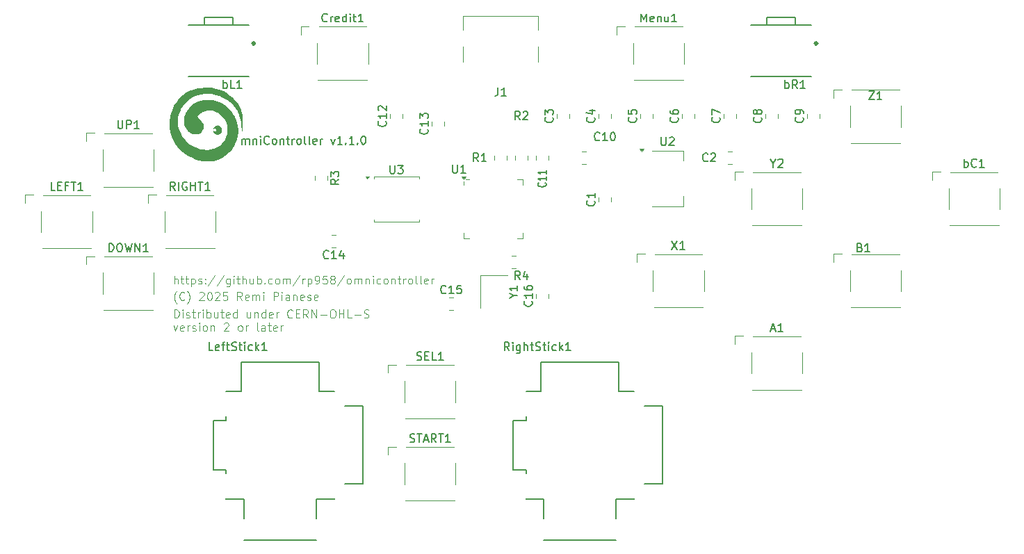
<source format=gbr>
%TF.GenerationSoftware,KiCad,Pcbnew,9.0.0-9.0.0-2~ubuntu24.04.1*%
%TF.CreationDate,2025-03-25T15:14:42+01:00*%
%TF.ProjectId,omnicontroller,6f6d6e69-636f-46e7-9472-6f6c6c65722e,rev?*%
%TF.SameCoordinates,Original*%
%TF.FileFunction,Legend,Top*%
%TF.FilePolarity,Positive*%
%FSLAX46Y46*%
G04 Gerber Fmt 4.6, Leading zero omitted, Abs format (unit mm)*
G04 Created by KiCad (PCBNEW 9.0.0-9.0.0-2~ubuntu24.04.1) date 2025-03-25 15:14:42*
%MOMM*%
%LPD*%
G01*
G04 APERTURE LIST*
%ADD10C,0.100000*%
%ADD11C,0.200000*%
%ADD12C,0.150000*%
%ADD13C,0.120000*%
%ADD14C,0.127000*%
%ADD15C,0.300000*%
%ADD16C,0.000000*%
G04 APERTURE END LIST*
D10*
X77389598Y-81253371D02*
X77341979Y-81205752D01*
X77341979Y-81205752D02*
X77246741Y-81062895D01*
X77246741Y-81062895D02*
X77199122Y-80967657D01*
X77199122Y-80967657D02*
X77151503Y-80824800D01*
X77151503Y-80824800D02*
X77103884Y-80586704D01*
X77103884Y-80586704D02*
X77103884Y-80396228D01*
X77103884Y-80396228D02*
X77151503Y-80158133D01*
X77151503Y-80158133D02*
X77199122Y-80015276D01*
X77199122Y-80015276D02*
X77246741Y-79920038D01*
X77246741Y-79920038D02*
X77341979Y-79777180D01*
X77341979Y-79777180D02*
X77389598Y-79729561D01*
X78341979Y-80777180D02*
X78294360Y-80824800D01*
X78294360Y-80824800D02*
X78151503Y-80872419D01*
X78151503Y-80872419D02*
X78056265Y-80872419D01*
X78056265Y-80872419D02*
X77913408Y-80824800D01*
X77913408Y-80824800D02*
X77818170Y-80729561D01*
X77818170Y-80729561D02*
X77770551Y-80634323D01*
X77770551Y-80634323D02*
X77722932Y-80443847D01*
X77722932Y-80443847D02*
X77722932Y-80300990D01*
X77722932Y-80300990D02*
X77770551Y-80110514D01*
X77770551Y-80110514D02*
X77818170Y-80015276D01*
X77818170Y-80015276D02*
X77913408Y-79920038D01*
X77913408Y-79920038D02*
X78056265Y-79872419D01*
X78056265Y-79872419D02*
X78151503Y-79872419D01*
X78151503Y-79872419D02*
X78294360Y-79920038D01*
X78294360Y-79920038D02*
X78341979Y-79967657D01*
X78675313Y-81253371D02*
X78722932Y-81205752D01*
X78722932Y-81205752D02*
X78818170Y-81062895D01*
X78818170Y-81062895D02*
X78865789Y-80967657D01*
X78865789Y-80967657D02*
X78913408Y-80824800D01*
X78913408Y-80824800D02*
X78961027Y-80586704D01*
X78961027Y-80586704D02*
X78961027Y-80396228D01*
X78961027Y-80396228D02*
X78913408Y-80158133D01*
X78913408Y-80158133D02*
X78865789Y-80015276D01*
X78865789Y-80015276D02*
X78818170Y-79920038D01*
X78818170Y-79920038D02*
X78722932Y-79777180D01*
X78722932Y-79777180D02*
X78675313Y-79729561D01*
X80151504Y-79967657D02*
X80199123Y-79920038D01*
X80199123Y-79920038D02*
X80294361Y-79872419D01*
X80294361Y-79872419D02*
X80532456Y-79872419D01*
X80532456Y-79872419D02*
X80627694Y-79920038D01*
X80627694Y-79920038D02*
X80675313Y-79967657D01*
X80675313Y-79967657D02*
X80722932Y-80062895D01*
X80722932Y-80062895D02*
X80722932Y-80158133D01*
X80722932Y-80158133D02*
X80675313Y-80300990D01*
X80675313Y-80300990D02*
X80103885Y-80872419D01*
X80103885Y-80872419D02*
X80722932Y-80872419D01*
X81341980Y-79872419D02*
X81437218Y-79872419D01*
X81437218Y-79872419D02*
X81532456Y-79920038D01*
X81532456Y-79920038D02*
X81580075Y-79967657D01*
X81580075Y-79967657D02*
X81627694Y-80062895D01*
X81627694Y-80062895D02*
X81675313Y-80253371D01*
X81675313Y-80253371D02*
X81675313Y-80491466D01*
X81675313Y-80491466D02*
X81627694Y-80681942D01*
X81627694Y-80681942D02*
X81580075Y-80777180D01*
X81580075Y-80777180D02*
X81532456Y-80824800D01*
X81532456Y-80824800D02*
X81437218Y-80872419D01*
X81437218Y-80872419D02*
X81341980Y-80872419D01*
X81341980Y-80872419D02*
X81246742Y-80824800D01*
X81246742Y-80824800D02*
X81199123Y-80777180D01*
X81199123Y-80777180D02*
X81151504Y-80681942D01*
X81151504Y-80681942D02*
X81103885Y-80491466D01*
X81103885Y-80491466D02*
X81103885Y-80253371D01*
X81103885Y-80253371D02*
X81151504Y-80062895D01*
X81151504Y-80062895D02*
X81199123Y-79967657D01*
X81199123Y-79967657D02*
X81246742Y-79920038D01*
X81246742Y-79920038D02*
X81341980Y-79872419D01*
X82056266Y-79967657D02*
X82103885Y-79920038D01*
X82103885Y-79920038D02*
X82199123Y-79872419D01*
X82199123Y-79872419D02*
X82437218Y-79872419D01*
X82437218Y-79872419D02*
X82532456Y-79920038D01*
X82532456Y-79920038D02*
X82580075Y-79967657D01*
X82580075Y-79967657D02*
X82627694Y-80062895D01*
X82627694Y-80062895D02*
X82627694Y-80158133D01*
X82627694Y-80158133D02*
X82580075Y-80300990D01*
X82580075Y-80300990D02*
X82008647Y-80872419D01*
X82008647Y-80872419D02*
X82627694Y-80872419D01*
X83532456Y-79872419D02*
X83056266Y-79872419D01*
X83056266Y-79872419D02*
X83008647Y-80348609D01*
X83008647Y-80348609D02*
X83056266Y-80300990D01*
X83056266Y-80300990D02*
X83151504Y-80253371D01*
X83151504Y-80253371D02*
X83389599Y-80253371D01*
X83389599Y-80253371D02*
X83484837Y-80300990D01*
X83484837Y-80300990D02*
X83532456Y-80348609D01*
X83532456Y-80348609D02*
X83580075Y-80443847D01*
X83580075Y-80443847D02*
X83580075Y-80681942D01*
X83580075Y-80681942D02*
X83532456Y-80777180D01*
X83532456Y-80777180D02*
X83484837Y-80824800D01*
X83484837Y-80824800D02*
X83389599Y-80872419D01*
X83389599Y-80872419D02*
X83151504Y-80872419D01*
X83151504Y-80872419D02*
X83056266Y-80824800D01*
X83056266Y-80824800D02*
X83008647Y-80777180D01*
X85341980Y-80872419D02*
X85008647Y-80396228D01*
X84770552Y-80872419D02*
X84770552Y-79872419D01*
X84770552Y-79872419D02*
X85151504Y-79872419D01*
X85151504Y-79872419D02*
X85246742Y-79920038D01*
X85246742Y-79920038D02*
X85294361Y-79967657D01*
X85294361Y-79967657D02*
X85341980Y-80062895D01*
X85341980Y-80062895D02*
X85341980Y-80205752D01*
X85341980Y-80205752D02*
X85294361Y-80300990D01*
X85294361Y-80300990D02*
X85246742Y-80348609D01*
X85246742Y-80348609D02*
X85151504Y-80396228D01*
X85151504Y-80396228D02*
X84770552Y-80396228D01*
X86151504Y-80824800D02*
X86056266Y-80872419D01*
X86056266Y-80872419D02*
X85865790Y-80872419D01*
X85865790Y-80872419D02*
X85770552Y-80824800D01*
X85770552Y-80824800D02*
X85722933Y-80729561D01*
X85722933Y-80729561D02*
X85722933Y-80348609D01*
X85722933Y-80348609D02*
X85770552Y-80253371D01*
X85770552Y-80253371D02*
X85865790Y-80205752D01*
X85865790Y-80205752D02*
X86056266Y-80205752D01*
X86056266Y-80205752D02*
X86151504Y-80253371D01*
X86151504Y-80253371D02*
X86199123Y-80348609D01*
X86199123Y-80348609D02*
X86199123Y-80443847D01*
X86199123Y-80443847D02*
X85722933Y-80539085D01*
X86627695Y-80872419D02*
X86627695Y-80205752D01*
X86627695Y-80300990D02*
X86675314Y-80253371D01*
X86675314Y-80253371D02*
X86770552Y-80205752D01*
X86770552Y-80205752D02*
X86913409Y-80205752D01*
X86913409Y-80205752D02*
X87008647Y-80253371D01*
X87008647Y-80253371D02*
X87056266Y-80348609D01*
X87056266Y-80348609D02*
X87056266Y-80872419D01*
X87056266Y-80348609D02*
X87103885Y-80253371D01*
X87103885Y-80253371D02*
X87199123Y-80205752D01*
X87199123Y-80205752D02*
X87341980Y-80205752D01*
X87341980Y-80205752D02*
X87437219Y-80253371D01*
X87437219Y-80253371D02*
X87484838Y-80348609D01*
X87484838Y-80348609D02*
X87484838Y-80872419D01*
X87961028Y-80872419D02*
X87961028Y-80205752D01*
X87961028Y-79872419D02*
X87913409Y-79920038D01*
X87913409Y-79920038D02*
X87961028Y-79967657D01*
X87961028Y-79967657D02*
X88008647Y-79920038D01*
X88008647Y-79920038D02*
X87961028Y-79872419D01*
X87961028Y-79872419D02*
X87961028Y-79967657D01*
X89199123Y-80872419D02*
X89199123Y-79872419D01*
X89199123Y-79872419D02*
X89580075Y-79872419D01*
X89580075Y-79872419D02*
X89675313Y-79920038D01*
X89675313Y-79920038D02*
X89722932Y-79967657D01*
X89722932Y-79967657D02*
X89770551Y-80062895D01*
X89770551Y-80062895D02*
X89770551Y-80205752D01*
X89770551Y-80205752D02*
X89722932Y-80300990D01*
X89722932Y-80300990D02*
X89675313Y-80348609D01*
X89675313Y-80348609D02*
X89580075Y-80396228D01*
X89580075Y-80396228D02*
X89199123Y-80396228D01*
X90199123Y-80872419D02*
X90199123Y-80205752D01*
X90199123Y-79872419D02*
X90151504Y-79920038D01*
X90151504Y-79920038D02*
X90199123Y-79967657D01*
X90199123Y-79967657D02*
X90246742Y-79920038D01*
X90246742Y-79920038D02*
X90199123Y-79872419D01*
X90199123Y-79872419D02*
X90199123Y-79967657D01*
X91103884Y-80872419D02*
X91103884Y-80348609D01*
X91103884Y-80348609D02*
X91056265Y-80253371D01*
X91056265Y-80253371D02*
X90961027Y-80205752D01*
X90961027Y-80205752D02*
X90770551Y-80205752D01*
X90770551Y-80205752D02*
X90675313Y-80253371D01*
X91103884Y-80824800D02*
X91008646Y-80872419D01*
X91008646Y-80872419D02*
X90770551Y-80872419D01*
X90770551Y-80872419D02*
X90675313Y-80824800D01*
X90675313Y-80824800D02*
X90627694Y-80729561D01*
X90627694Y-80729561D02*
X90627694Y-80634323D01*
X90627694Y-80634323D02*
X90675313Y-80539085D01*
X90675313Y-80539085D02*
X90770551Y-80491466D01*
X90770551Y-80491466D02*
X91008646Y-80491466D01*
X91008646Y-80491466D02*
X91103884Y-80443847D01*
X91580075Y-80205752D02*
X91580075Y-80872419D01*
X91580075Y-80300990D02*
X91627694Y-80253371D01*
X91627694Y-80253371D02*
X91722932Y-80205752D01*
X91722932Y-80205752D02*
X91865789Y-80205752D01*
X91865789Y-80205752D02*
X91961027Y-80253371D01*
X91961027Y-80253371D02*
X92008646Y-80348609D01*
X92008646Y-80348609D02*
X92008646Y-80872419D01*
X92865789Y-80824800D02*
X92770551Y-80872419D01*
X92770551Y-80872419D02*
X92580075Y-80872419D01*
X92580075Y-80872419D02*
X92484837Y-80824800D01*
X92484837Y-80824800D02*
X92437218Y-80729561D01*
X92437218Y-80729561D02*
X92437218Y-80348609D01*
X92437218Y-80348609D02*
X92484837Y-80253371D01*
X92484837Y-80253371D02*
X92580075Y-80205752D01*
X92580075Y-80205752D02*
X92770551Y-80205752D01*
X92770551Y-80205752D02*
X92865789Y-80253371D01*
X92865789Y-80253371D02*
X92913408Y-80348609D01*
X92913408Y-80348609D02*
X92913408Y-80443847D01*
X92913408Y-80443847D02*
X92437218Y-80539085D01*
X93294361Y-80824800D02*
X93389599Y-80872419D01*
X93389599Y-80872419D02*
X93580075Y-80872419D01*
X93580075Y-80872419D02*
X93675313Y-80824800D01*
X93675313Y-80824800D02*
X93722932Y-80729561D01*
X93722932Y-80729561D02*
X93722932Y-80681942D01*
X93722932Y-80681942D02*
X93675313Y-80586704D01*
X93675313Y-80586704D02*
X93580075Y-80539085D01*
X93580075Y-80539085D02*
X93437218Y-80539085D01*
X93437218Y-80539085D02*
X93341980Y-80491466D01*
X93341980Y-80491466D02*
X93294361Y-80396228D01*
X93294361Y-80396228D02*
X93294361Y-80348609D01*
X93294361Y-80348609D02*
X93341980Y-80253371D01*
X93341980Y-80253371D02*
X93437218Y-80205752D01*
X93437218Y-80205752D02*
X93580075Y-80205752D01*
X93580075Y-80205752D02*
X93675313Y-80253371D01*
X94532456Y-80824800D02*
X94437218Y-80872419D01*
X94437218Y-80872419D02*
X94246742Y-80872419D01*
X94246742Y-80872419D02*
X94151504Y-80824800D01*
X94151504Y-80824800D02*
X94103885Y-80729561D01*
X94103885Y-80729561D02*
X94103885Y-80348609D01*
X94103885Y-80348609D02*
X94151504Y-80253371D01*
X94151504Y-80253371D02*
X94246742Y-80205752D01*
X94246742Y-80205752D02*
X94437218Y-80205752D01*
X94437218Y-80205752D02*
X94532456Y-80253371D01*
X94532456Y-80253371D02*
X94580075Y-80348609D01*
X94580075Y-80348609D02*
X94580075Y-80443847D01*
X94580075Y-80443847D02*
X94103885Y-80539085D01*
X77103884Y-83002475D02*
X77103884Y-82002475D01*
X77103884Y-82002475D02*
X77341979Y-82002475D01*
X77341979Y-82002475D02*
X77484836Y-82050094D01*
X77484836Y-82050094D02*
X77580074Y-82145332D01*
X77580074Y-82145332D02*
X77627693Y-82240570D01*
X77627693Y-82240570D02*
X77675312Y-82431046D01*
X77675312Y-82431046D02*
X77675312Y-82573903D01*
X77675312Y-82573903D02*
X77627693Y-82764379D01*
X77627693Y-82764379D02*
X77580074Y-82859617D01*
X77580074Y-82859617D02*
X77484836Y-82954856D01*
X77484836Y-82954856D02*
X77341979Y-83002475D01*
X77341979Y-83002475D02*
X77103884Y-83002475D01*
X78103884Y-83002475D02*
X78103884Y-82335808D01*
X78103884Y-82002475D02*
X78056265Y-82050094D01*
X78056265Y-82050094D02*
X78103884Y-82097713D01*
X78103884Y-82097713D02*
X78151503Y-82050094D01*
X78151503Y-82050094D02*
X78103884Y-82002475D01*
X78103884Y-82002475D02*
X78103884Y-82097713D01*
X78532455Y-82954856D02*
X78627693Y-83002475D01*
X78627693Y-83002475D02*
X78818169Y-83002475D01*
X78818169Y-83002475D02*
X78913407Y-82954856D01*
X78913407Y-82954856D02*
X78961026Y-82859617D01*
X78961026Y-82859617D02*
X78961026Y-82811998D01*
X78961026Y-82811998D02*
X78913407Y-82716760D01*
X78913407Y-82716760D02*
X78818169Y-82669141D01*
X78818169Y-82669141D02*
X78675312Y-82669141D01*
X78675312Y-82669141D02*
X78580074Y-82621522D01*
X78580074Y-82621522D02*
X78532455Y-82526284D01*
X78532455Y-82526284D02*
X78532455Y-82478665D01*
X78532455Y-82478665D02*
X78580074Y-82383427D01*
X78580074Y-82383427D02*
X78675312Y-82335808D01*
X78675312Y-82335808D02*
X78818169Y-82335808D01*
X78818169Y-82335808D02*
X78913407Y-82383427D01*
X79246741Y-82335808D02*
X79627693Y-82335808D01*
X79389598Y-82002475D02*
X79389598Y-82859617D01*
X79389598Y-82859617D02*
X79437217Y-82954856D01*
X79437217Y-82954856D02*
X79532455Y-83002475D01*
X79532455Y-83002475D02*
X79627693Y-83002475D01*
X79961027Y-83002475D02*
X79961027Y-82335808D01*
X79961027Y-82526284D02*
X80008646Y-82431046D01*
X80008646Y-82431046D02*
X80056265Y-82383427D01*
X80056265Y-82383427D02*
X80151503Y-82335808D01*
X80151503Y-82335808D02*
X80246741Y-82335808D01*
X80580075Y-83002475D02*
X80580075Y-82335808D01*
X80580075Y-82002475D02*
X80532456Y-82050094D01*
X80532456Y-82050094D02*
X80580075Y-82097713D01*
X80580075Y-82097713D02*
X80627694Y-82050094D01*
X80627694Y-82050094D02*
X80580075Y-82002475D01*
X80580075Y-82002475D02*
X80580075Y-82097713D01*
X81056265Y-83002475D02*
X81056265Y-82002475D01*
X81056265Y-82383427D02*
X81151503Y-82335808D01*
X81151503Y-82335808D02*
X81341979Y-82335808D01*
X81341979Y-82335808D02*
X81437217Y-82383427D01*
X81437217Y-82383427D02*
X81484836Y-82431046D01*
X81484836Y-82431046D02*
X81532455Y-82526284D01*
X81532455Y-82526284D02*
X81532455Y-82811998D01*
X81532455Y-82811998D02*
X81484836Y-82907236D01*
X81484836Y-82907236D02*
X81437217Y-82954856D01*
X81437217Y-82954856D02*
X81341979Y-83002475D01*
X81341979Y-83002475D02*
X81151503Y-83002475D01*
X81151503Y-83002475D02*
X81056265Y-82954856D01*
X82389598Y-82335808D02*
X82389598Y-83002475D01*
X81961027Y-82335808D02*
X81961027Y-82859617D01*
X81961027Y-82859617D02*
X82008646Y-82954856D01*
X82008646Y-82954856D02*
X82103884Y-83002475D01*
X82103884Y-83002475D02*
X82246741Y-83002475D01*
X82246741Y-83002475D02*
X82341979Y-82954856D01*
X82341979Y-82954856D02*
X82389598Y-82907236D01*
X82722932Y-82335808D02*
X83103884Y-82335808D01*
X82865789Y-82002475D02*
X82865789Y-82859617D01*
X82865789Y-82859617D02*
X82913408Y-82954856D01*
X82913408Y-82954856D02*
X83008646Y-83002475D01*
X83008646Y-83002475D02*
X83103884Y-83002475D01*
X83818170Y-82954856D02*
X83722932Y-83002475D01*
X83722932Y-83002475D02*
X83532456Y-83002475D01*
X83532456Y-83002475D02*
X83437218Y-82954856D01*
X83437218Y-82954856D02*
X83389599Y-82859617D01*
X83389599Y-82859617D02*
X83389599Y-82478665D01*
X83389599Y-82478665D02*
X83437218Y-82383427D01*
X83437218Y-82383427D02*
X83532456Y-82335808D01*
X83532456Y-82335808D02*
X83722932Y-82335808D01*
X83722932Y-82335808D02*
X83818170Y-82383427D01*
X83818170Y-82383427D02*
X83865789Y-82478665D01*
X83865789Y-82478665D02*
X83865789Y-82573903D01*
X83865789Y-82573903D02*
X83389599Y-82669141D01*
X84722932Y-83002475D02*
X84722932Y-82002475D01*
X84722932Y-82954856D02*
X84627694Y-83002475D01*
X84627694Y-83002475D02*
X84437218Y-83002475D01*
X84437218Y-83002475D02*
X84341980Y-82954856D01*
X84341980Y-82954856D02*
X84294361Y-82907236D01*
X84294361Y-82907236D02*
X84246742Y-82811998D01*
X84246742Y-82811998D02*
X84246742Y-82526284D01*
X84246742Y-82526284D02*
X84294361Y-82431046D01*
X84294361Y-82431046D02*
X84341980Y-82383427D01*
X84341980Y-82383427D02*
X84437218Y-82335808D01*
X84437218Y-82335808D02*
X84627694Y-82335808D01*
X84627694Y-82335808D02*
X84722932Y-82383427D01*
X86389599Y-82335808D02*
X86389599Y-83002475D01*
X85961028Y-82335808D02*
X85961028Y-82859617D01*
X85961028Y-82859617D02*
X86008647Y-82954856D01*
X86008647Y-82954856D02*
X86103885Y-83002475D01*
X86103885Y-83002475D02*
X86246742Y-83002475D01*
X86246742Y-83002475D02*
X86341980Y-82954856D01*
X86341980Y-82954856D02*
X86389599Y-82907236D01*
X86865790Y-82335808D02*
X86865790Y-83002475D01*
X86865790Y-82431046D02*
X86913409Y-82383427D01*
X86913409Y-82383427D02*
X87008647Y-82335808D01*
X87008647Y-82335808D02*
X87151504Y-82335808D01*
X87151504Y-82335808D02*
X87246742Y-82383427D01*
X87246742Y-82383427D02*
X87294361Y-82478665D01*
X87294361Y-82478665D02*
X87294361Y-83002475D01*
X88199123Y-83002475D02*
X88199123Y-82002475D01*
X88199123Y-82954856D02*
X88103885Y-83002475D01*
X88103885Y-83002475D02*
X87913409Y-83002475D01*
X87913409Y-83002475D02*
X87818171Y-82954856D01*
X87818171Y-82954856D02*
X87770552Y-82907236D01*
X87770552Y-82907236D02*
X87722933Y-82811998D01*
X87722933Y-82811998D02*
X87722933Y-82526284D01*
X87722933Y-82526284D02*
X87770552Y-82431046D01*
X87770552Y-82431046D02*
X87818171Y-82383427D01*
X87818171Y-82383427D02*
X87913409Y-82335808D01*
X87913409Y-82335808D02*
X88103885Y-82335808D01*
X88103885Y-82335808D02*
X88199123Y-82383427D01*
X89056266Y-82954856D02*
X88961028Y-83002475D01*
X88961028Y-83002475D02*
X88770552Y-83002475D01*
X88770552Y-83002475D02*
X88675314Y-82954856D01*
X88675314Y-82954856D02*
X88627695Y-82859617D01*
X88627695Y-82859617D02*
X88627695Y-82478665D01*
X88627695Y-82478665D02*
X88675314Y-82383427D01*
X88675314Y-82383427D02*
X88770552Y-82335808D01*
X88770552Y-82335808D02*
X88961028Y-82335808D01*
X88961028Y-82335808D02*
X89056266Y-82383427D01*
X89056266Y-82383427D02*
X89103885Y-82478665D01*
X89103885Y-82478665D02*
X89103885Y-82573903D01*
X89103885Y-82573903D02*
X88627695Y-82669141D01*
X89532457Y-83002475D02*
X89532457Y-82335808D01*
X89532457Y-82526284D02*
X89580076Y-82431046D01*
X89580076Y-82431046D02*
X89627695Y-82383427D01*
X89627695Y-82383427D02*
X89722933Y-82335808D01*
X89722933Y-82335808D02*
X89818171Y-82335808D01*
X91484838Y-82907236D02*
X91437219Y-82954856D01*
X91437219Y-82954856D02*
X91294362Y-83002475D01*
X91294362Y-83002475D02*
X91199124Y-83002475D01*
X91199124Y-83002475D02*
X91056267Y-82954856D01*
X91056267Y-82954856D02*
X90961029Y-82859617D01*
X90961029Y-82859617D02*
X90913410Y-82764379D01*
X90913410Y-82764379D02*
X90865791Y-82573903D01*
X90865791Y-82573903D02*
X90865791Y-82431046D01*
X90865791Y-82431046D02*
X90913410Y-82240570D01*
X90913410Y-82240570D02*
X90961029Y-82145332D01*
X90961029Y-82145332D02*
X91056267Y-82050094D01*
X91056267Y-82050094D02*
X91199124Y-82002475D01*
X91199124Y-82002475D02*
X91294362Y-82002475D01*
X91294362Y-82002475D02*
X91437219Y-82050094D01*
X91437219Y-82050094D02*
X91484838Y-82097713D01*
X91913410Y-82478665D02*
X92246743Y-82478665D01*
X92389600Y-83002475D02*
X91913410Y-83002475D01*
X91913410Y-83002475D02*
X91913410Y-82002475D01*
X91913410Y-82002475D02*
X92389600Y-82002475D01*
X93389600Y-83002475D02*
X93056267Y-82526284D01*
X92818172Y-83002475D02*
X92818172Y-82002475D01*
X92818172Y-82002475D02*
X93199124Y-82002475D01*
X93199124Y-82002475D02*
X93294362Y-82050094D01*
X93294362Y-82050094D02*
X93341981Y-82097713D01*
X93341981Y-82097713D02*
X93389600Y-82192951D01*
X93389600Y-82192951D02*
X93389600Y-82335808D01*
X93389600Y-82335808D02*
X93341981Y-82431046D01*
X93341981Y-82431046D02*
X93294362Y-82478665D01*
X93294362Y-82478665D02*
X93199124Y-82526284D01*
X93199124Y-82526284D02*
X92818172Y-82526284D01*
X93818172Y-83002475D02*
X93818172Y-82002475D01*
X93818172Y-82002475D02*
X94389600Y-83002475D01*
X94389600Y-83002475D02*
X94389600Y-82002475D01*
X94865791Y-82621522D02*
X95627696Y-82621522D01*
X96294362Y-82002475D02*
X96484838Y-82002475D01*
X96484838Y-82002475D02*
X96580076Y-82050094D01*
X96580076Y-82050094D02*
X96675314Y-82145332D01*
X96675314Y-82145332D02*
X96722933Y-82335808D01*
X96722933Y-82335808D02*
X96722933Y-82669141D01*
X96722933Y-82669141D02*
X96675314Y-82859617D01*
X96675314Y-82859617D02*
X96580076Y-82954856D01*
X96580076Y-82954856D02*
X96484838Y-83002475D01*
X96484838Y-83002475D02*
X96294362Y-83002475D01*
X96294362Y-83002475D02*
X96199124Y-82954856D01*
X96199124Y-82954856D02*
X96103886Y-82859617D01*
X96103886Y-82859617D02*
X96056267Y-82669141D01*
X96056267Y-82669141D02*
X96056267Y-82335808D01*
X96056267Y-82335808D02*
X96103886Y-82145332D01*
X96103886Y-82145332D02*
X96199124Y-82050094D01*
X96199124Y-82050094D02*
X96294362Y-82002475D01*
X97151505Y-83002475D02*
X97151505Y-82002475D01*
X97151505Y-82478665D02*
X97722933Y-82478665D01*
X97722933Y-83002475D02*
X97722933Y-82002475D01*
X98675314Y-83002475D02*
X98199124Y-83002475D01*
X98199124Y-83002475D02*
X98199124Y-82002475D01*
X99008648Y-82621522D02*
X99770553Y-82621522D01*
X100199124Y-82954856D02*
X100341981Y-83002475D01*
X100341981Y-83002475D02*
X100580076Y-83002475D01*
X100580076Y-83002475D02*
X100675314Y-82954856D01*
X100675314Y-82954856D02*
X100722933Y-82907236D01*
X100722933Y-82907236D02*
X100770552Y-82811998D01*
X100770552Y-82811998D02*
X100770552Y-82716760D01*
X100770552Y-82716760D02*
X100722933Y-82621522D01*
X100722933Y-82621522D02*
X100675314Y-82573903D01*
X100675314Y-82573903D02*
X100580076Y-82526284D01*
X100580076Y-82526284D02*
X100389600Y-82478665D01*
X100389600Y-82478665D02*
X100294362Y-82431046D01*
X100294362Y-82431046D02*
X100246743Y-82383427D01*
X100246743Y-82383427D02*
X100199124Y-82288189D01*
X100199124Y-82288189D02*
X100199124Y-82192951D01*
X100199124Y-82192951D02*
X100246743Y-82097713D01*
X100246743Y-82097713D02*
X100294362Y-82050094D01*
X100294362Y-82050094D02*
X100389600Y-82002475D01*
X100389600Y-82002475D02*
X100627695Y-82002475D01*
X100627695Y-82002475D02*
X100770552Y-82050094D01*
X77008646Y-83945752D02*
X77246741Y-84612419D01*
X77246741Y-84612419D02*
X77484836Y-83945752D01*
X78246741Y-84564800D02*
X78151503Y-84612419D01*
X78151503Y-84612419D02*
X77961027Y-84612419D01*
X77961027Y-84612419D02*
X77865789Y-84564800D01*
X77865789Y-84564800D02*
X77818170Y-84469561D01*
X77818170Y-84469561D02*
X77818170Y-84088609D01*
X77818170Y-84088609D02*
X77865789Y-83993371D01*
X77865789Y-83993371D02*
X77961027Y-83945752D01*
X77961027Y-83945752D02*
X78151503Y-83945752D01*
X78151503Y-83945752D02*
X78246741Y-83993371D01*
X78246741Y-83993371D02*
X78294360Y-84088609D01*
X78294360Y-84088609D02*
X78294360Y-84183847D01*
X78294360Y-84183847D02*
X77818170Y-84279085D01*
X78722932Y-84612419D02*
X78722932Y-83945752D01*
X78722932Y-84136228D02*
X78770551Y-84040990D01*
X78770551Y-84040990D02*
X78818170Y-83993371D01*
X78818170Y-83993371D02*
X78913408Y-83945752D01*
X78913408Y-83945752D02*
X79008646Y-83945752D01*
X79294361Y-84564800D02*
X79389599Y-84612419D01*
X79389599Y-84612419D02*
X79580075Y-84612419D01*
X79580075Y-84612419D02*
X79675313Y-84564800D01*
X79675313Y-84564800D02*
X79722932Y-84469561D01*
X79722932Y-84469561D02*
X79722932Y-84421942D01*
X79722932Y-84421942D02*
X79675313Y-84326704D01*
X79675313Y-84326704D02*
X79580075Y-84279085D01*
X79580075Y-84279085D02*
X79437218Y-84279085D01*
X79437218Y-84279085D02*
X79341980Y-84231466D01*
X79341980Y-84231466D02*
X79294361Y-84136228D01*
X79294361Y-84136228D02*
X79294361Y-84088609D01*
X79294361Y-84088609D02*
X79341980Y-83993371D01*
X79341980Y-83993371D02*
X79437218Y-83945752D01*
X79437218Y-83945752D02*
X79580075Y-83945752D01*
X79580075Y-83945752D02*
X79675313Y-83993371D01*
X80151504Y-84612419D02*
X80151504Y-83945752D01*
X80151504Y-83612419D02*
X80103885Y-83660038D01*
X80103885Y-83660038D02*
X80151504Y-83707657D01*
X80151504Y-83707657D02*
X80199123Y-83660038D01*
X80199123Y-83660038D02*
X80151504Y-83612419D01*
X80151504Y-83612419D02*
X80151504Y-83707657D01*
X80770551Y-84612419D02*
X80675313Y-84564800D01*
X80675313Y-84564800D02*
X80627694Y-84517180D01*
X80627694Y-84517180D02*
X80580075Y-84421942D01*
X80580075Y-84421942D02*
X80580075Y-84136228D01*
X80580075Y-84136228D02*
X80627694Y-84040990D01*
X80627694Y-84040990D02*
X80675313Y-83993371D01*
X80675313Y-83993371D02*
X80770551Y-83945752D01*
X80770551Y-83945752D02*
X80913408Y-83945752D01*
X80913408Y-83945752D02*
X81008646Y-83993371D01*
X81008646Y-83993371D02*
X81056265Y-84040990D01*
X81056265Y-84040990D02*
X81103884Y-84136228D01*
X81103884Y-84136228D02*
X81103884Y-84421942D01*
X81103884Y-84421942D02*
X81056265Y-84517180D01*
X81056265Y-84517180D02*
X81008646Y-84564800D01*
X81008646Y-84564800D02*
X80913408Y-84612419D01*
X80913408Y-84612419D02*
X80770551Y-84612419D01*
X81532456Y-83945752D02*
X81532456Y-84612419D01*
X81532456Y-84040990D02*
X81580075Y-83993371D01*
X81580075Y-83993371D02*
X81675313Y-83945752D01*
X81675313Y-83945752D02*
X81818170Y-83945752D01*
X81818170Y-83945752D02*
X81913408Y-83993371D01*
X81913408Y-83993371D02*
X81961027Y-84088609D01*
X81961027Y-84088609D02*
X81961027Y-84612419D01*
X83151504Y-83707657D02*
X83199123Y-83660038D01*
X83199123Y-83660038D02*
X83294361Y-83612419D01*
X83294361Y-83612419D02*
X83532456Y-83612419D01*
X83532456Y-83612419D02*
X83627694Y-83660038D01*
X83627694Y-83660038D02*
X83675313Y-83707657D01*
X83675313Y-83707657D02*
X83722932Y-83802895D01*
X83722932Y-83802895D02*
X83722932Y-83898133D01*
X83722932Y-83898133D02*
X83675313Y-84040990D01*
X83675313Y-84040990D02*
X83103885Y-84612419D01*
X83103885Y-84612419D02*
X83722932Y-84612419D01*
X85056266Y-84612419D02*
X84961028Y-84564800D01*
X84961028Y-84564800D02*
X84913409Y-84517180D01*
X84913409Y-84517180D02*
X84865790Y-84421942D01*
X84865790Y-84421942D02*
X84865790Y-84136228D01*
X84865790Y-84136228D02*
X84913409Y-84040990D01*
X84913409Y-84040990D02*
X84961028Y-83993371D01*
X84961028Y-83993371D02*
X85056266Y-83945752D01*
X85056266Y-83945752D02*
X85199123Y-83945752D01*
X85199123Y-83945752D02*
X85294361Y-83993371D01*
X85294361Y-83993371D02*
X85341980Y-84040990D01*
X85341980Y-84040990D02*
X85389599Y-84136228D01*
X85389599Y-84136228D02*
X85389599Y-84421942D01*
X85389599Y-84421942D02*
X85341980Y-84517180D01*
X85341980Y-84517180D02*
X85294361Y-84564800D01*
X85294361Y-84564800D02*
X85199123Y-84612419D01*
X85199123Y-84612419D02*
X85056266Y-84612419D01*
X85818171Y-84612419D02*
X85818171Y-83945752D01*
X85818171Y-84136228D02*
X85865790Y-84040990D01*
X85865790Y-84040990D02*
X85913409Y-83993371D01*
X85913409Y-83993371D02*
X86008647Y-83945752D01*
X86008647Y-83945752D02*
X86103885Y-83945752D01*
X87341981Y-84612419D02*
X87246743Y-84564800D01*
X87246743Y-84564800D02*
X87199124Y-84469561D01*
X87199124Y-84469561D02*
X87199124Y-83612419D01*
X88151505Y-84612419D02*
X88151505Y-84088609D01*
X88151505Y-84088609D02*
X88103886Y-83993371D01*
X88103886Y-83993371D02*
X88008648Y-83945752D01*
X88008648Y-83945752D02*
X87818172Y-83945752D01*
X87818172Y-83945752D02*
X87722934Y-83993371D01*
X88151505Y-84564800D02*
X88056267Y-84612419D01*
X88056267Y-84612419D02*
X87818172Y-84612419D01*
X87818172Y-84612419D02*
X87722934Y-84564800D01*
X87722934Y-84564800D02*
X87675315Y-84469561D01*
X87675315Y-84469561D02*
X87675315Y-84374323D01*
X87675315Y-84374323D02*
X87722934Y-84279085D01*
X87722934Y-84279085D02*
X87818172Y-84231466D01*
X87818172Y-84231466D02*
X88056267Y-84231466D01*
X88056267Y-84231466D02*
X88151505Y-84183847D01*
X88484839Y-83945752D02*
X88865791Y-83945752D01*
X88627696Y-83612419D02*
X88627696Y-84469561D01*
X88627696Y-84469561D02*
X88675315Y-84564800D01*
X88675315Y-84564800D02*
X88770553Y-84612419D01*
X88770553Y-84612419D02*
X88865791Y-84612419D01*
X89580077Y-84564800D02*
X89484839Y-84612419D01*
X89484839Y-84612419D02*
X89294363Y-84612419D01*
X89294363Y-84612419D02*
X89199125Y-84564800D01*
X89199125Y-84564800D02*
X89151506Y-84469561D01*
X89151506Y-84469561D02*
X89151506Y-84088609D01*
X89151506Y-84088609D02*
X89199125Y-83993371D01*
X89199125Y-83993371D02*
X89294363Y-83945752D01*
X89294363Y-83945752D02*
X89484839Y-83945752D01*
X89484839Y-83945752D02*
X89580077Y-83993371D01*
X89580077Y-83993371D02*
X89627696Y-84088609D01*
X89627696Y-84088609D02*
X89627696Y-84183847D01*
X89627696Y-84183847D02*
X89151506Y-84279085D01*
X90056268Y-84612419D02*
X90056268Y-83945752D01*
X90056268Y-84136228D02*
X90103887Y-84040990D01*
X90103887Y-84040990D02*
X90151506Y-83993371D01*
X90151506Y-83993371D02*
X90246744Y-83945752D01*
X90246744Y-83945752D02*
X90341982Y-83945752D01*
D11*
X85369673Y-61867219D02*
X85369673Y-61200552D01*
X85369673Y-61295790D02*
X85417292Y-61248171D01*
X85417292Y-61248171D02*
X85512530Y-61200552D01*
X85512530Y-61200552D02*
X85655387Y-61200552D01*
X85655387Y-61200552D02*
X85750625Y-61248171D01*
X85750625Y-61248171D02*
X85798244Y-61343409D01*
X85798244Y-61343409D02*
X85798244Y-61867219D01*
X85798244Y-61343409D02*
X85845863Y-61248171D01*
X85845863Y-61248171D02*
X85941101Y-61200552D01*
X85941101Y-61200552D02*
X86083958Y-61200552D01*
X86083958Y-61200552D02*
X86179197Y-61248171D01*
X86179197Y-61248171D02*
X86226816Y-61343409D01*
X86226816Y-61343409D02*
X86226816Y-61867219D01*
X86703006Y-61200552D02*
X86703006Y-61867219D01*
X86703006Y-61295790D02*
X86750625Y-61248171D01*
X86750625Y-61248171D02*
X86845863Y-61200552D01*
X86845863Y-61200552D02*
X86988720Y-61200552D01*
X86988720Y-61200552D02*
X87083958Y-61248171D01*
X87083958Y-61248171D02*
X87131577Y-61343409D01*
X87131577Y-61343409D02*
X87131577Y-61867219D01*
X87607768Y-61867219D02*
X87607768Y-61200552D01*
X87607768Y-60867219D02*
X87560149Y-60914838D01*
X87560149Y-60914838D02*
X87607768Y-60962457D01*
X87607768Y-60962457D02*
X87655387Y-60914838D01*
X87655387Y-60914838D02*
X87607768Y-60867219D01*
X87607768Y-60867219D02*
X87607768Y-60962457D01*
X88655386Y-61771980D02*
X88607767Y-61819600D01*
X88607767Y-61819600D02*
X88464910Y-61867219D01*
X88464910Y-61867219D02*
X88369672Y-61867219D01*
X88369672Y-61867219D02*
X88226815Y-61819600D01*
X88226815Y-61819600D02*
X88131577Y-61724361D01*
X88131577Y-61724361D02*
X88083958Y-61629123D01*
X88083958Y-61629123D02*
X88036339Y-61438647D01*
X88036339Y-61438647D02*
X88036339Y-61295790D01*
X88036339Y-61295790D02*
X88083958Y-61105314D01*
X88083958Y-61105314D02*
X88131577Y-61010076D01*
X88131577Y-61010076D02*
X88226815Y-60914838D01*
X88226815Y-60914838D02*
X88369672Y-60867219D01*
X88369672Y-60867219D02*
X88464910Y-60867219D01*
X88464910Y-60867219D02*
X88607767Y-60914838D01*
X88607767Y-60914838D02*
X88655386Y-60962457D01*
X89226815Y-61867219D02*
X89131577Y-61819600D01*
X89131577Y-61819600D02*
X89083958Y-61771980D01*
X89083958Y-61771980D02*
X89036339Y-61676742D01*
X89036339Y-61676742D02*
X89036339Y-61391028D01*
X89036339Y-61391028D02*
X89083958Y-61295790D01*
X89083958Y-61295790D02*
X89131577Y-61248171D01*
X89131577Y-61248171D02*
X89226815Y-61200552D01*
X89226815Y-61200552D02*
X89369672Y-61200552D01*
X89369672Y-61200552D02*
X89464910Y-61248171D01*
X89464910Y-61248171D02*
X89512529Y-61295790D01*
X89512529Y-61295790D02*
X89560148Y-61391028D01*
X89560148Y-61391028D02*
X89560148Y-61676742D01*
X89560148Y-61676742D02*
X89512529Y-61771980D01*
X89512529Y-61771980D02*
X89464910Y-61819600D01*
X89464910Y-61819600D02*
X89369672Y-61867219D01*
X89369672Y-61867219D02*
X89226815Y-61867219D01*
X89988720Y-61200552D02*
X89988720Y-61867219D01*
X89988720Y-61295790D02*
X90036339Y-61248171D01*
X90036339Y-61248171D02*
X90131577Y-61200552D01*
X90131577Y-61200552D02*
X90274434Y-61200552D01*
X90274434Y-61200552D02*
X90369672Y-61248171D01*
X90369672Y-61248171D02*
X90417291Y-61343409D01*
X90417291Y-61343409D02*
X90417291Y-61867219D01*
X90750625Y-61200552D02*
X91131577Y-61200552D01*
X90893482Y-60867219D02*
X90893482Y-61724361D01*
X90893482Y-61724361D02*
X90941101Y-61819600D01*
X90941101Y-61819600D02*
X91036339Y-61867219D01*
X91036339Y-61867219D02*
X91131577Y-61867219D01*
X91464911Y-61867219D02*
X91464911Y-61200552D01*
X91464911Y-61391028D02*
X91512530Y-61295790D01*
X91512530Y-61295790D02*
X91560149Y-61248171D01*
X91560149Y-61248171D02*
X91655387Y-61200552D01*
X91655387Y-61200552D02*
X91750625Y-61200552D01*
X92226816Y-61867219D02*
X92131578Y-61819600D01*
X92131578Y-61819600D02*
X92083959Y-61771980D01*
X92083959Y-61771980D02*
X92036340Y-61676742D01*
X92036340Y-61676742D02*
X92036340Y-61391028D01*
X92036340Y-61391028D02*
X92083959Y-61295790D01*
X92083959Y-61295790D02*
X92131578Y-61248171D01*
X92131578Y-61248171D02*
X92226816Y-61200552D01*
X92226816Y-61200552D02*
X92369673Y-61200552D01*
X92369673Y-61200552D02*
X92464911Y-61248171D01*
X92464911Y-61248171D02*
X92512530Y-61295790D01*
X92512530Y-61295790D02*
X92560149Y-61391028D01*
X92560149Y-61391028D02*
X92560149Y-61676742D01*
X92560149Y-61676742D02*
X92512530Y-61771980D01*
X92512530Y-61771980D02*
X92464911Y-61819600D01*
X92464911Y-61819600D02*
X92369673Y-61867219D01*
X92369673Y-61867219D02*
X92226816Y-61867219D01*
X93131578Y-61867219D02*
X93036340Y-61819600D01*
X93036340Y-61819600D02*
X92988721Y-61724361D01*
X92988721Y-61724361D02*
X92988721Y-60867219D01*
X93655388Y-61867219D02*
X93560150Y-61819600D01*
X93560150Y-61819600D02*
X93512531Y-61724361D01*
X93512531Y-61724361D02*
X93512531Y-60867219D01*
X94417293Y-61819600D02*
X94322055Y-61867219D01*
X94322055Y-61867219D02*
X94131579Y-61867219D01*
X94131579Y-61867219D02*
X94036341Y-61819600D01*
X94036341Y-61819600D02*
X93988722Y-61724361D01*
X93988722Y-61724361D02*
X93988722Y-61343409D01*
X93988722Y-61343409D02*
X94036341Y-61248171D01*
X94036341Y-61248171D02*
X94131579Y-61200552D01*
X94131579Y-61200552D02*
X94322055Y-61200552D01*
X94322055Y-61200552D02*
X94417293Y-61248171D01*
X94417293Y-61248171D02*
X94464912Y-61343409D01*
X94464912Y-61343409D02*
X94464912Y-61438647D01*
X94464912Y-61438647D02*
X93988722Y-61533885D01*
X94893484Y-61867219D02*
X94893484Y-61200552D01*
X94893484Y-61391028D02*
X94941103Y-61295790D01*
X94941103Y-61295790D02*
X94988722Y-61248171D01*
X94988722Y-61248171D02*
X95083960Y-61200552D01*
X95083960Y-61200552D02*
X95179198Y-61200552D01*
X96179199Y-61200552D02*
X96417294Y-61867219D01*
X96417294Y-61867219D02*
X96655389Y-61200552D01*
X97560151Y-61867219D02*
X96988723Y-61867219D01*
X97274437Y-61867219D02*
X97274437Y-60867219D01*
X97274437Y-60867219D02*
X97179199Y-61010076D01*
X97179199Y-61010076D02*
X97083961Y-61105314D01*
X97083961Y-61105314D02*
X96988723Y-61152933D01*
X97988723Y-61771980D02*
X98036342Y-61819600D01*
X98036342Y-61819600D02*
X97988723Y-61867219D01*
X97988723Y-61867219D02*
X97941104Y-61819600D01*
X97941104Y-61819600D02*
X97988723Y-61771980D01*
X97988723Y-61771980D02*
X97988723Y-61867219D01*
X98988722Y-61867219D02*
X98417294Y-61867219D01*
X98703008Y-61867219D02*
X98703008Y-60867219D01*
X98703008Y-60867219D02*
X98607770Y-61010076D01*
X98607770Y-61010076D02*
X98512532Y-61105314D01*
X98512532Y-61105314D02*
X98417294Y-61152933D01*
X99417294Y-61771980D02*
X99464913Y-61819600D01*
X99464913Y-61819600D02*
X99417294Y-61867219D01*
X99417294Y-61867219D02*
X99369675Y-61819600D01*
X99369675Y-61819600D02*
X99417294Y-61771980D01*
X99417294Y-61771980D02*
X99417294Y-61867219D01*
X100083960Y-60867219D02*
X100179198Y-60867219D01*
X100179198Y-60867219D02*
X100274436Y-60914838D01*
X100274436Y-60914838D02*
X100322055Y-60962457D01*
X100322055Y-60962457D02*
X100369674Y-61057695D01*
X100369674Y-61057695D02*
X100417293Y-61248171D01*
X100417293Y-61248171D02*
X100417293Y-61486266D01*
X100417293Y-61486266D02*
X100369674Y-61676742D01*
X100369674Y-61676742D02*
X100322055Y-61771980D01*
X100322055Y-61771980D02*
X100274436Y-61819600D01*
X100274436Y-61819600D02*
X100179198Y-61867219D01*
X100179198Y-61867219D02*
X100083960Y-61867219D01*
X100083960Y-61867219D02*
X99988722Y-61819600D01*
X99988722Y-61819600D02*
X99941103Y-61771980D01*
X99941103Y-61771980D02*
X99893484Y-61676742D01*
X99893484Y-61676742D02*
X99845865Y-61486266D01*
X99845865Y-61486266D02*
X99845865Y-61248171D01*
X99845865Y-61248171D02*
X99893484Y-61057695D01*
X99893484Y-61057695D02*
X99941103Y-60962457D01*
X99941103Y-60962457D02*
X99988722Y-60914838D01*
X99988722Y-60914838D02*
X100083960Y-60867219D01*
D10*
X77103884Y-78872419D02*
X77103884Y-77872419D01*
X77532455Y-78872419D02*
X77532455Y-78348609D01*
X77532455Y-78348609D02*
X77484836Y-78253371D01*
X77484836Y-78253371D02*
X77389598Y-78205752D01*
X77389598Y-78205752D02*
X77246741Y-78205752D01*
X77246741Y-78205752D02*
X77151503Y-78253371D01*
X77151503Y-78253371D02*
X77103884Y-78300990D01*
X77865789Y-78205752D02*
X78246741Y-78205752D01*
X78008646Y-77872419D02*
X78008646Y-78729561D01*
X78008646Y-78729561D02*
X78056265Y-78824800D01*
X78056265Y-78824800D02*
X78151503Y-78872419D01*
X78151503Y-78872419D02*
X78246741Y-78872419D01*
X78437218Y-78205752D02*
X78818170Y-78205752D01*
X78580075Y-77872419D02*
X78580075Y-78729561D01*
X78580075Y-78729561D02*
X78627694Y-78824800D01*
X78627694Y-78824800D02*
X78722932Y-78872419D01*
X78722932Y-78872419D02*
X78818170Y-78872419D01*
X79151504Y-78205752D02*
X79151504Y-79205752D01*
X79151504Y-78253371D02*
X79246742Y-78205752D01*
X79246742Y-78205752D02*
X79437218Y-78205752D01*
X79437218Y-78205752D02*
X79532456Y-78253371D01*
X79532456Y-78253371D02*
X79580075Y-78300990D01*
X79580075Y-78300990D02*
X79627694Y-78396228D01*
X79627694Y-78396228D02*
X79627694Y-78681942D01*
X79627694Y-78681942D02*
X79580075Y-78777180D01*
X79580075Y-78777180D02*
X79532456Y-78824800D01*
X79532456Y-78824800D02*
X79437218Y-78872419D01*
X79437218Y-78872419D02*
X79246742Y-78872419D01*
X79246742Y-78872419D02*
X79151504Y-78824800D01*
X80008647Y-78824800D02*
X80103885Y-78872419D01*
X80103885Y-78872419D02*
X80294361Y-78872419D01*
X80294361Y-78872419D02*
X80389599Y-78824800D01*
X80389599Y-78824800D02*
X80437218Y-78729561D01*
X80437218Y-78729561D02*
X80437218Y-78681942D01*
X80437218Y-78681942D02*
X80389599Y-78586704D01*
X80389599Y-78586704D02*
X80294361Y-78539085D01*
X80294361Y-78539085D02*
X80151504Y-78539085D01*
X80151504Y-78539085D02*
X80056266Y-78491466D01*
X80056266Y-78491466D02*
X80008647Y-78396228D01*
X80008647Y-78396228D02*
X80008647Y-78348609D01*
X80008647Y-78348609D02*
X80056266Y-78253371D01*
X80056266Y-78253371D02*
X80151504Y-78205752D01*
X80151504Y-78205752D02*
X80294361Y-78205752D01*
X80294361Y-78205752D02*
X80389599Y-78253371D01*
X80865790Y-78777180D02*
X80913409Y-78824800D01*
X80913409Y-78824800D02*
X80865790Y-78872419D01*
X80865790Y-78872419D02*
X80818171Y-78824800D01*
X80818171Y-78824800D02*
X80865790Y-78777180D01*
X80865790Y-78777180D02*
X80865790Y-78872419D01*
X80865790Y-78253371D02*
X80913409Y-78300990D01*
X80913409Y-78300990D02*
X80865790Y-78348609D01*
X80865790Y-78348609D02*
X80818171Y-78300990D01*
X80818171Y-78300990D02*
X80865790Y-78253371D01*
X80865790Y-78253371D02*
X80865790Y-78348609D01*
X82056265Y-77824800D02*
X81199123Y-79110514D01*
X83103884Y-77824800D02*
X82246742Y-79110514D01*
X83865789Y-78205752D02*
X83865789Y-79015276D01*
X83865789Y-79015276D02*
X83818170Y-79110514D01*
X83818170Y-79110514D02*
X83770551Y-79158133D01*
X83770551Y-79158133D02*
X83675313Y-79205752D01*
X83675313Y-79205752D02*
X83532456Y-79205752D01*
X83532456Y-79205752D02*
X83437218Y-79158133D01*
X83865789Y-78824800D02*
X83770551Y-78872419D01*
X83770551Y-78872419D02*
X83580075Y-78872419D01*
X83580075Y-78872419D02*
X83484837Y-78824800D01*
X83484837Y-78824800D02*
X83437218Y-78777180D01*
X83437218Y-78777180D02*
X83389599Y-78681942D01*
X83389599Y-78681942D02*
X83389599Y-78396228D01*
X83389599Y-78396228D02*
X83437218Y-78300990D01*
X83437218Y-78300990D02*
X83484837Y-78253371D01*
X83484837Y-78253371D02*
X83580075Y-78205752D01*
X83580075Y-78205752D02*
X83770551Y-78205752D01*
X83770551Y-78205752D02*
X83865789Y-78253371D01*
X84341980Y-78872419D02*
X84341980Y-78205752D01*
X84341980Y-77872419D02*
X84294361Y-77920038D01*
X84294361Y-77920038D02*
X84341980Y-77967657D01*
X84341980Y-77967657D02*
X84389599Y-77920038D01*
X84389599Y-77920038D02*
X84341980Y-77872419D01*
X84341980Y-77872419D02*
X84341980Y-77967657D01*
X84675313Y-78205752D02*
X85056265Y-78205752D01*
X84818170Y-77872419D02*
X84818170Y-78729561D01*
X84818170Y-78729561D02*
X84865789Y-78824800D01*
X84865789Y-78824800D02*
X84961027Y-78872419D01*
X84961027Y-78872419D02*
X85056265Y-78872419D01*
X85389599Y-78872419D02*
X85389599Y-77872419D01*
X85818170Y-78872419D02*
X85818170Y-78348609D01*
X85818170Y-78348609D02*
X85770551Y-78253371D01*
X85770551Y-78253371D02*
X85675313Y-78205752D01*
X85675313Y-78205752D02*
X85532456Y-78205752D01*
X85532456Y-78205752D02*
X85437218Y-78253371D01*
X85437218Y-78253371D02*
X85389599Y-78300990D01*
X86722932Y-78205752D02*
X86722932Y-78872419D01*
X86294361Y-78205752D02*
X86294361Y-78729561D01*
X86294361Y-78729561D02*
X86341980Y-78824800D01*
X86341980Y-78824800D02*
X86437218Y-78872419D01*
X86437218Y-78872419D02*
X86580075Y-78872419D01*
X86580075Y-78872419D02*
X86675313Y-78824800D01*
X86675313Y-78824800D02*
X86722932Y-78777180D01*
X87199123Y-78872419D02*
X87199123Y-77872419D01*
X87199123Y-78253371D02*
X87294361Y-78205752D01*
X87294361Y-78205752D02*
X87484837Y-78205752D01*
X87484837Y-78205752D02*
X87580075Y-78253371D01*
X87580075Y-78253371D02*
X87627694Y-78300990D01*
X87627694Y-78300990D02*
X87675313Y-78396228D01*
X87675313Y-78396228D02*
X87675313Y-78681942D01*
X87675313Y-78681942D02*
X87627694Y-78777180D01*
X87627694Y-78777180D02*
X87580075Y-78824800D01*
X87580075Y-78824800D02*
X87484837Y-78872419D01*
X87484837Y-78872419D02*
X87294361Y-78872419D01*
X87294361Y-78872419D02*
X87199123Y-78824800D01*
X88103885Y-78777180D02*
X88151504Y-78824800D01*
X88151504Y-78824800D02*
X88103885Y-78872419D01*
X88103885Y-78872419D02*
X88056266Y-78824800D01*
X88056266Y-78824800D02*
X88103885Y-78777180D01*
X88103885Y-78777180D02*
X88103885Y-78872419D01*
X89008646Y-78824800D02*
X88913408Y-78872419D01*
X88913408Y-78872419D02*
X88722932Y-78872419D01*
X88722932Y-78872419D02*
X88627694Y-78824800D01*
X88627694Y-78824800D02*
X88580075Y-78777180D01*
X88580075Y-78777180D02*
X88532456Y-78681942D01*
X88532456Y-78681942D02*
X88532456Y-78396228D01*
X88532456Y-78396228D02*
X88580075Y-78300990D01*
X88580075Y-78300990D02*
X88627694Y-78253371D01*
X88627694Y-78253371D02*
X88722932Y-78205752D01*
X88722932Y-78205752D02*
X88913408Y-78205752D01*
X88913408Y-78205752D02*
X89008646Y-78253371D01*
X89580075Y-78872419D02*
X89484837Y-78824800D01*
X89484837Y-78824800D02*
X89437218Y-78777180D01*
X89437218Y-78777180D02*
X89389599Y-78681942D01*
X89389599Y-78681942D02*
X89389599Y-78396228D01*
X89389599Y-78396228D02*
X89437218Y-78300990D01*
X89437218Y-78300990D02*
X89484837Y-78253371D01*
X89484837Y-78253371D02*
X89580075Y-78205752D01*
X89580075Y-78205752D02*
X89722932Y-78205752D01*
X89722932Y-78205752D02*
X89818170Y-78253371D01*
X89818170Y-78253371D02*
X89865789Y-78300990D01*
X89865789Y-78300990D02*
X89913408Y-78396228D01*
X89913408Y-78396228D02*
X89913408Y-78681942D01*
X89913408Y-78681942D02*
X89865789Y-78777180D01*
X89865789Y-78777180D02*
X89818170Y-78824800D01*
X89818170Y-78824800D02*
X89722932Y-78872419D01*
X89722932Y-78872419D02*
X89580075Y-78872419D01*
X90341980Y-78872419D02*
X90341980Y-78205752D01*
X90341980Y-78300990D02*
X90389599Y-78253371D01*
X90389599Y-78253371D02*
X90484837Y-78205752D01*
X90484837Y-78205752D02*
X90627694Y-78205752D01*
X90627694Y-78205752D02*
X90722932Y-78253371D01*
X90722932Y-78253371D02*
X90770551Y-78348609D01*
X90770551Y-78348609D02*
X90770551Y-78872419D01*
X90770551Y-78348609D02*
X90818170Y-78253371D01*
X90818170Y-78253371D02*
X90913408Y-78205752D01*
X90913408Y-78205752D02*
X91056265Y-78205752D01*
X91056265Y-78205752D02*
X91151504Y-78253371D01*
X91151504Y-78253371D02*
X91199123Y-78348609D01*
X91199123Y-78348609D02*
X91199123Y-78872419D01*
X92389598Y-77824800D02*
X91532456Y-79110514D01*
X92722932Y-78872419D02*
X92722932Y-78205752D01*
X92722932Y-78396228D02*
X92770551Y-78300990D01*
X92770551Y-78300990D02*
X92818170Y-78253371D01*
X92818170Y-78253371D02*
X92913408Y-78205752D01*
X92913408Y-78205752D02*
X93008646Y-78205752D01*
X93341980Y-78205752D02*
X93341980Y-79205752D01*
X93341980Y-78253371D02*
X93437218Y-78205752D01*
X93437218Y-78205752D02*
X93627694Y-78205752D01*
X93627694Y-78205752D02*
X93722932Y-78253371D01*
X93722932Y-78253371D02*
X93770551Y-78300990D01*
X93770551Y-78300990D02*
X93818170Y-78396228D01*
X93818170Y-78396228D02*
X93818170Y-78681942D01*
X93818170Y-78681942D02*
X93770551Y-78777180D01*
X93770551Y-78777180D02*
X93722932Y-78824800D01*
X93722932Y-78824800D02*
X93627694Y-78872419D01*
X93627694Y-78872419D02*
X93437218Y-78872419D01*
X93437218Y-78872419D02*
X93341980Y-78824800D01*
X94294361Y-78872419D02*
X94484837Y-78872419D01*
X94484837Y-78872419D02*
X94580075Y-78824800D01*
X94580075Y-78824800D02*
X94627694Y-78777180D01*
X94627694Y-78777180D02*
X94722932Y-78634323D01*
X94722932Y-78634323D02*
X94770551Y-78443847D01*
X94770551Y-78443847D02*
X94770551Y-78062895D01*
X94770551Y-78062895D02*
X94722932Y-77967657D01*
X94722932Y-77967657D02*
X94675313Y-77920038D01*
X94675313Y-77920038D02*
X94580075Y-77872419D01*
X94580075Y-77872419D02*
X94389599Y-77872419D01*
X94389599Y-77872419D02*
X94294361Y-77920038D01*
X94294361Y-77920038D02*
X94246742Y-77967657D01*
X94246742Y-77967657D02*
X94199123Y-78062895D01*
X94199123Y-78062895D02*
X94199123Y-78300990D01*
X94199123Y-78300990D02*
X94246742Y-78396228D01*
X94246742Y-78396228D02*
X94294361Y-78443847D01*
X94294361Y-78443847D02*
X94389599Y-78491466D01*
X94389599Y-78491466D02*
X94580075Y-78491466D01*
X94580075Y-78491466D02*
X94675313Y-78443847D01*
X94675313Y-78443847D02*
X94722932Y-78396228D01*
X94722932Y-78396228D02*
X94770551Y-78300990D01*
X95675313Y-77872419D02*
X95199123Y-77872419D01*
X95199123Y-77872419D02*
X95151504Y-78348609D01*
X95151504Y-78348609D02*
X95199123Y-78300990D01*
X95199123Y-78300990D02*
X95294361Y-78253371D01*
X95294361Y-78253371D02*
X95532456Y-78253371D01*
X95532456Y-78253371D02*
X95627694Y-78300990D01*
X95627694Y-78300990D02*
X95675313Y-78348609D01*
X95675313Y-78348609D02*
X95722932Y-78443847D01*
X95722932Y-78443847D02*
X95722932Y-78681942D01*
X95722932Y-78681942D02*
X95675313Y-78777180D01*
X95675313Y-78777180D02*
X95627694Y-78824800D01*
X95627694Y-78824800D02*
X95532456Y-78872419D01*
X95532456Y-78872419D02*
X95294361Y-78872419D01*
X95294361Y-78872419D02*
X95199123Y-78824800D01*
X95199123Y-78824800D02*
X95151504Y-78777180D01*
X96294361Y-78300990D02*
X96199123Y-78253371D01*
X96199123Y-78253371D02*
X96151504Y-78205752D01*
X96151504Y-78205752D02*
X96103885Y-78110514D01*
X96103885Y-78110514D02*
X96103885Y-78062895D01*
X96103885Y-78062895D02*
X96151504Y-77967657D01*
X96151504Y-77967657D02*
X96199123Y-77920038D01*
X96199123Y-77920038D02*
X96294361Y-77872419D01*
X96294361Y-77872419D02*
X96484837Y-77872419D01*
X96484837Y-77872419D02*
X96580075Y-77920038D01*
X96580075Y-77920038D02*
X96627694Y-77967657D01*
X96627694Y-77967657D02*
X96675313Y-78062895D01*
X96675313Y-78062895D02*
X96675313Y-78110514D01*
X96675313Y-78110514D02*
X96627694Y-78205752D01*
X96627694Y-78205752D02*
X96580075Y-78253371D01*
X96580075Y-78253371D02*
X96484837Y-78300990D01*
X96484837Y-78300990D02*
X96294361Y-78300990D01*
X96294361Y-78300990D02*
X96199123Y-78348609D01*
X96199123Y-78348609D02*
X96151504Y-78396228D01*
X96151504Y-78396228D02*
X96103885Y-78491466D01*
X96103885Y-78491466D02*
X96103885Y-78681942D01*
X96103885Y-78681942D02*
X96151504Y-78777180D01*
X96151504Y-78777180D02*
X96199123Y-78824800D01*
X96199123Y-78824800D02*
X96294361Y-78872419D01*
X96294361Y-78872419D02*
X96484837Y-78872419D01*
X96484837Y-78872419D02*
X96580075Y-78824800D01*
X96580075Y-78824800D02*
X96627694Y-78777180D01*
X96627694Y-78777180D02*
X96675313Y-78681942D01*
X96675313Y-78681942D02*
X96675313Y-78491466D01*
X96675313Y-78491466D02*
X96627694Y-78396228D01*
X96627694Y-78396228D02*
X96580075Y-78348609D01*
X96580075Y-78348609D02*
X96484837Y-78300990D01*
X97818170Y-77824800D02*
X96961028Y-79110514D01*
X98294361Y-78872419D02*
X98199123Y-78824800D01*
X98199123Y-78824800D02*
X98151504Y-78777180D01*
X98151504Y-78777180D02*
X98103885Y-78681942D01*
X98103885Y-78681942D02*
X98103885Y-78396228D01*
X98103885Y-78396228D02*
X98151504Y-78300990D01*
X98151504Y-78300990D02*
X98199123Y-78253371D01*
X98199123Y-78253371D02*
X98294361Y-78205752D01*
X98294361Y-78205752D02*
X98437218Y-78205752D01*
X98437218Y-78205752D02*
X98532456Y-78253371D01*
X98532456Y-78253371D02*
X98580075Y-78300990D01*
X98580075Y-78300990D02*
X98627694Y-78396228D01*
X98627694Y-78396228D02*
X98627694Y-78681942D01*
X98627694Y-78681942D02*
X98580075Y-78777180D01*
X98580075Y-78777180D02*
X98532456Y-78824800D01*
X98532456Y-78824800D02*
X98437218Y-78872419D01*
X98437218Y-78872419D02*
X98294361Y-78872419D01*
X99056266Y-78872419D02*
X99056266Y-78205752D01*
X99056266Y-78300990D02*
X99103885Y-78253371D01*
X99103885Y-78253371D02*
X99199123Y-78205752D01*
X99199123Y-78205752D02*
X99341980Y-78205752D01*
X99341980Y-78205752D02*
X99437218Y-78253371D01*
X99437218Y-78253371D02*
X99484837Y-78348609D01*
X99484837Y-78348609D02*
X99484837Y-78872419D01*
X99484837Y-78348609D02*
X99532456Y-78253371D01*
X99532456Y-78253371D02*
X99627694Y-78205752D01*
X99627694Y-78205752D02*
X99770551Y-78205752D01*
X99770551Y-78205752D02*
X99865790Y-78253371D01*
X99865790Y-78253371D02*
X99913409Y-78348609D01*
X99913409Y-78348609D02*
X99913409Y-78872419D01*
X100389599Y-78205752D02*
X100389599Y-78872419D01*
X100389599Y-78300990D02*
X100437218Y-78253371D01*
X100437218Y-78253371D02*
X100532456Y-78205752D01*
X100532456Y-78205752D02*
X100675313Y-78205752D01*
X100675313Y-78205752D02*
X100770551Y-78253371D01*
X100770551Y-78253371D02*
X100818170Y-78348609D01*
X100818170Y-78348609D02*
X100818170Y-78872419D01*
X101294361Y-78872419D02*
X101294361Y-78205752D01*
X101294361Y-77872419D02*
X101246742Y-77920038D01*
X101246742Y-77920038D02*
X101294361Y-77967657D01*
X101294361Y-77967657D02*
X101341980Y-77920038D01*
X101341980Y-77920038D02*
X101294361Y-77872419D01*
X101294361Y-77872419D02*
X101294361Y-77967657D01*
X102199122Y-78824800D02*
X102103884Y-78872419D01*
X102103884Y-78872419D02*
X101913408Y-78872419D01*
X101913408Y-78872419D02*
X101818170Y-78824800D01*
X101818170Y-78824800D02*
X101770551Y-78777180D01*
X101770551Y-78777180D02*
X101722932Y-78681942D01*
X101722932Y-78681942D02*
X101722932Y-78396228D01*
X101722932Y-78396228D02*
X101770551Y-78300990D01*
X101770551Y-78300990D02*
X101818170Y-78253371D01*
X101818170Y-78253371D02*
X101913408Y-78205752D01*
X101913408Y-78205752D02*
X102103884Y-78205752D01*
X102103884Y-78205752D02*
X102199122Y-78253371D01*
X102770551Y-78872419D02*
X102675313Y-78824800D01*
X102675313Y-78824800D02*
X102627694Y-78777180D01*
X102627694Y-78777180D02*
X102580075Y-78681942D01*
X102580075Y-78681942D02*
X102580075Y-78396228D01*
X102580075Y-78396228D02*
X102627694Y-78300990D01*
X102627694Y-78300990D02*
X102675313Y-78253371D01*
X102675313Y-78253371D02*
X102770551Y-78205752D01*
X102770551Y-78205752D02*
X102913408Y-78205752D01*
X102913408Y-78205752D02*
X103008646Y-78253371D01*
X103008646Y-78253371D02*
X103056265Y-78300990D01*
X103056265Y-78300990D02*
X103103884Y-78396228D01*
X103103884Y-78396228D02*
X103103884Y-78681942D01*
X103103884Y-78681942D02*
X103056265Y-78777180D01*
X103056265Y-78777180D02*
X103008646Y-78824800D01*
X103008646Y-78824800D02*
X102913408Y-78872419D01*
X102913408Y-78872419D02*
X102770551Y-78872419D01*
X103532456Y-78205752D02*
X103532456Y-78872419D01*
X103532456Y-78300990D02*
X103580075Y-78253371D01*
X103580075Y-78253371D02*
X103675313Y-78205752D01*
X103675313Y-78205752D02*
X103818170Y-78205752D01*
X103818170Y-78205752D02*
X103913408Y-78253371D01*
X103913408Y-78253371D02*
X103961027Y-78348609D01*
X103961027Y-78348609D02*
X103961027Y-78872419D01*
X104294361Y-78205752D02*
X104675313Y-78205752D01*
X104437218Y-77872419D02*
X104437218Y-78729561D01*
X104437218Y-78729561D02*
X104484837Y-78824800D01*
X104484837Y-78824800D02*
X104580075Y-78872419D01*
X104580075Y-78872419D02*
X104675313Y-78872419D01*
X105008647Y-78872419D02*
X105008647Y-78205752D01*
X105008647Y-78396228D02*
X105056266Y-78300990D01*
X105056266Y-78300990D02*
X105103885Y-78253371D01*
X105103885Y-78253371D02*
X105199123Y-78205752D01*
X105199123Y-78205752D02*
X105294361Y-78205752D01*
X105770552Y-78872419D02*
X105675314Y-78824800D01*
X105675314Y-78824800D02*
X105627695Y-78777180D01*
X105627695Y-78777180D02*
X105580076Y-78681942D01*
X105580076Y-78681942D02*
X105580076Y-78396228D01*
X105580076Y-78396228D02*
X105627695Y-78300990D01*
X105627695Y-78300990D02*
X105675314Y-78253371D01*
X105675314Y-78253371D02*
X105770552Y-78205752D01*
X105770552Y-78205752D02*
X105913409Y-78205752D01*
X105913409Y-78205752D02*
X106008647Y-78253371D01*
X106008647Y-78253371D02*
X106056266Y-78300990D01*
X106056266Y-78300990D02*
X106103885Y-78396228D01*
X106103885Y-78396228D02*
X106103885Y-78681942D01*
X106103885Y-78681942D02*
X106056266Y-78777180D01*
X106056266Y-78777180D02*
X106008647Y-78824800D01*
X106008647Y-78824800D02*
X105913409Y-78872419D01*
X105913409Y-78872419D02*
X105770552Y-78872419D01*
X106675314Y-78872419D02*
X106580076Y-78824800D01*
X106580076Y-78824800D02*
X106532457Y-78729561D01*
X106532457Y-78729561D02*
X106532457Y-77872419D01*
X107199124Y-78872419D02*
X107103886Y-78824800D01*
X107103886Y-78824800D02*
X107056267Y-78729561D01*
X107056267Y-78729561D02*
X107056267Y-77872419D01*
X107961029Y-78824800D02*
X107865791Y-78872419D01*
X107865791Y-78872419D02*
X107675315Y-78872419D01*
X107675315Y-78872419D02*
X107580077Y-78824800D01*
X107580077Y-78824800D02*
X107532458Y-78729561D01*
X107532458Y-78729561D02*
X107532458Y-78348609D01*
X107532458Y-78348609D02*
X107580077Y-78253371D01*
X107580077Y-78253371D02*
X107675315Y-78205752D01*
X107675315Y-78205752D02*
X107865791Y-78205752D01*
X107865791Y-78205752D02*
X107961029Y-78253371D01*
X107961029Y-78253371D02*
X108008648Y-78348609D01*
X108008648Y-78348609D02*
X108008648Y-78443847D01*
X108008648Y-78443847D02*
X107532458Y-78539085D01*
X108437220Y-78872419D02*
X108437220Y-78205752D01*
X108437220Y-78396228D02*
X108484839Y-78300990D01*
X108484839Y-78300990D02*
X108532458Y-78253371D01*
X108532458Y-78253371D02*
X108627696Y-78205752D01*
X108627696Y-78205752D02*
X108722934Y-78205752D01*
D12*
X148539580Y-58586666D02*
X148587200Y-58634285D01*
X148587200Y-58634285D02*
X148634819Y-58777142D01*
X148634819Y-58777142D02*
X148634819Y-58872380D01*
X148634819Y-58872380D02*
X148587200Y-59015237D01*
X148587200Y-59015237D02*
X148491961Y-59110475D01*
X148491961Y-59110475D02*
X148396723Y-59158094D01*
X148396723Y-59158094D02*
X148206247Y-59205713D01*
X148206247Y-59205713D02*
X148063390Y-59205713D01*
X148063390Y-59205713D02*
X147872914Y-59158094D01*
X147872914Y-59158094D02*
X147777676Y-59110475D01*
X147777676Y-59110475D02*
X147682438Y-59015237D01*
X147682438Y-59015237D02*
X147634819Y-58872380D01*
X147634819Y-58872380D02*
X147634819Y-58777142D01*
X147634819Y-58777142D02*
X147682438Y-58634285D01*
X147682438Y-58634285D02*
X147730057Y-58586666D01*
X148063390Y-58015237D02*
X148015771Y-58110475D01*
X148015771Y-58110475D02*
X147968152Y-58158094D01*
X147968152Y-58158094D02*
X147872914Y-58205713D01*
X147872914Y-58205713D02*
X147825295Y-58205713D01*
X147825295Y-58205713D02*
X147730057Y-58158094D01*
X147730057Y-58158094D02*
X147682438Y-58110475D01*
X147682438Y-58110475D02*
X147634819Y-58015237D01*
X147634819Y-58015237D02*
X147634819Y-57824761D01*
X147634819Y-57824761D02*
X147682438Y-57729523D01*
X147682438Y-57729523D02*
X147730057Y-57681904D01*
X147730057Y-57681904D02*
X147825295Y-57634285D01*
X147825295Y-57634285D02*
X147872914Y-57634285D01*
X147872914Y-57634285D02*
X147968152Y-57681904D01*
X147968152Y-57681904D02*
X148015771Y-57729523D01*
X148015771Y-57729523D02*
X148063390Y-57824761D01*
X148063390Y-57824761D02*
X148063390Y-58015237D01*
X148063390Y-58015237D02*
X148111009Y-58110475D01*
X148111009Y-58110475D02*
X148158628Y-58158094D01*
X148158628Y-58158094D02*
X148253866Y-58205713D01*
X148253866Y-58205713D02*
X148444342Y-58205713D01*
X148444342Y-58205713D02*
X148539580Y-58158094D01*
X148539580Y-58158094D02*
X148587200Y-58110475D01*
X148587200Y-58110475D02*
X148634819Y-58015237D01*
X148634819Y-58015237D02*
X148634819Y-57824761D01*
X148634819Y-57824761D02*
X148587200Y-57729523D01*
X148587200Y-57729523D02*
X148539580Y-57681904D01*
X148539580Y-57681904D02*
X148444342Y-57634285D01*
X148444342Y-57634285D02*
X148253866Y-57634285D01*
X148253866Y-57634285D02*
X148158628Y-57681904D01*
X148158628Y-57681904D02*
X148111009Y-57729523D01*
X148111009Y-57729523D02*
X148063390Y-57824761D01*
X138379580Y-58586666D02*
X138427200Y-58634285D01*
X138427200Y-58634285D02*
X138474819Y-58777142D01*
X138474819Y-58777142D02*
X138474819Y-58872380D01*
X138474819Y-58872380D02*
X138427200Y-59015237D01*
X138427200Y-59015237D02*
X138331961Y-59110475D01*
X138331961Y-59110475D02*
X138236723Y-59158094D01*
X138236723Y-59158094D02*
X138046247Y-59205713D01*
X138046247Y-59205713D02*
X137903390Y-59205713D01*
X137903390Y-59205713D02*
X137712914Y-59158094D01*
X137712914Y-59158094D02*
X137617676Y-59110475D01*
X137617676Y-59110475D02*
X137522438Y-59015237D01*
X137522438Y-59015237D02*
X137474819Y-58872380D01*
X137474819Y-58872380D02*
X137474819Y-58777142D01*
X137474819Y-58777142D02*
X137522438Y-58634285D01*
X137522438Y-58634285D02*
X137570057Y-58586666D01*
X137474819Y-57729523D02*
X137474819Y-57919999D01*
X137474819Y-57919999D02*
X137522438Y-58015237D01*
X137522438Y-58015237D02*
X137570057Y-58062856D01*
X137570057Y-58062856D02*
X137712914Y-58158094D01*
X137712914Y-58158094D02*
X137903390Y-58205713D01*
X137903390Y-58205713D02*
X138284342Y-58205713D01*
X138284342Y-58205713D02*
X138379580Y-58158094D01*
X138379580Y-58158094D02*
X138427200Y-58110475D01*
X138427200Y-58110475D02*
X138474819Y-58015237D01*
X138474819Y-58015237D02*
X138474819Y-57824761D01*
X138474819Y-57824761D02*
X138427200Y-57729523D01*
X138427200Y-57729523D02*
X138379580Y-57681904D01*
X138379580Y-57681904D02*
X138284342Y-57634285D01*
X138284342Y-57634285D02*
X138046247Y-57634285D01*
X138046247Y-57634285D02*
X137951009Y-57681904D01*
X137951009Y-57681904D02*
X137903390Y-57729523D01*
X137903390Y-57729523D02*
X137855771Y-57824761D01*
X137855771Y-57824761D02*
X137855771Y-58015237D01*
X137855771Y-58015237D02*
X137903390Y-58110475D01*
X137903390Y-58110475D02*
X137951009Y-58158094D01*
X137951009Y-58158094D02*
X138046247Y-58205713D01*
X118418628Y-80316190D02*
X118894819Y-80316190D01*
X117894819Y-80649523D02*
X118418628Y-80316190D01*
X118418628Y-80316190D02*
X117894819Y-79982857D01*
X118894819Y-79125714D02*
X118894819Y-79697142D01*
X118894819Y-79411428D02*
X117894819Y-79411428D01*
X117894819Y-79411428D02*
X118037676Y-79506666D01*
X118037676Y-79506666D02*
X118132914Y-79601904D01*
X118132914Y-79601904D02*
X118180533Y-79697142D01*
X62571428Y-67454819D02*
X62095238Y-67454819D01*
X62095238Y-67454819D02*
X62095238Y-66454819D01*
X62904762Y-66931009D02*
X63238095Y-66931009D01*
X63380952Y-67454819D02*
X62904762Y-67454819D01*
X62904762Y-67454819D02*
X62904762Y-66454819D01*
X62904762Y-66454819D02*
X63380952Y-66454819D01*
X64142857Y-66931009D02*
X63809524Y-66931009D01*
X63809524Y-67454819D02*
X63809524Y-66454819D01*
X63809524Y-66454819D02*
X64285714Y-66454819D01*
X64523810Y-66454819D02*
X65095238Y-66454819D01*
X64809524Y-67454819D02*
X64809524Y-66454819D01*
X65952381Y-67454819D02*
X65380953Y-67454819D01*
X65666667Y-67454819D02*
X65666667Y-66454819D01*
X65666667Y-66454819D02*
X65571429Y-66597676D01*
X65571429Y-66597676D02*
X65476191Y-66692914D01*
X65476191Y-66692914D02*
X65380953Y-66740533D01*
X128219580Y-68746666D02*
X128267200Y-68794285D01*
X128267200Y-68794285D02*
X128314819Y-68937142D01*
X128314819Y-68937142D02*
X128314819Y-69032380D01*
X128314819Y-69032380D02*
X128267200Y-69175237D01*
X128267200Y-69175237D02*
X128171961Y-69270475D01*
X128171961Y-69270475D02*
X128076723Y-69318094D01*
X128076723Y-69318094D02*
X127886247Y-69365713D01*
X127886247Y-69365713D02*
X127743390Y-69365713D01*
X127743390Y-69365713D02*
X127552914Y-69318094D01*
X127552914Y-69318094D02*
X127457676Y-69270475D01*
X127457676Y-69270475D02*
X127362438Y-69175237D01*
X127362438Y-69175237D02*
X127314819Y-69032380D01*
X127314819Y-69032380D02*
X127314819Y-68937142D01*
X127314819Y-68937142D02*
X127362438Y-68794285D01*
X127362438Y-68794285D02*
X127410057Y-68746666D01*
X128314819Y-67794285D02*
X128314819Y-68365713D01*
X128314819Y-68079999D02*
X127314819Y-68079999D01*
X127314819Y-68079999D02*
X127457676Y-68175237D01*
X127457676Y-68175237D02*
X127552914Y-68270475D01*
X127552914Y-68270475D02*
X127600533Y-68365713D01*
X149785714Y-84369104D02*
X150261904Y-84369104D01*
X149690476Y-84654819D02*
X150023809Y-83654819D01*
X150023809Y-83654819D02*
X150357142Y-84654819D01*
X151214285Y-84654819D02*
X150642857Y-84654819D01*
X150928571Y-84654819D02*
X150928571Y-83654819D01*
X150928571Y-83654819D02*
X150833333Y-83797676D01*
X150833333Y-83797676D02*
X150738095Y-83892914D01*
X150738095Y-83892914D02*
X150642857Y-83940533D01*
X116506666Y-54954819D02*
X116506666Y-55669104D01*
X116506666Y-55669104D02*
X116459047Y-55811961D01*
X116459047Y-55811961D02*
X116363809Y-55907200D01*
X116363809Y-55907200D02*
X116220952Y-55954819D01*
X116220952Y-55954819D02*
X116125714Y-55954819D01*
X117506666Y-55954819D02*
X116935238Y-55954819D01*
X117220952Y-55954819D02*
X117220952Y-54954819D01*
X117220952Y-54954819D02*
X117125714Y-55097676D01*
X117125714Y-55097676D02*
X117030476Y-55192914D01*
X117030476Y-55192914D02*
X116935238Y-55240533D01*
X114133333Y-63954819D02*
X113800000Y-63478628D01*
X113561905Y-63954819D02*
X113561905Y-62954819D01*
X113561905Y-62954819D02*
X113942857Y-62954819D01*
X113942857Y-62954819D02*
X114038095Y-63002438D01*
X114038095Y-63002438D02*
X114085714Y-63050057D01*
X114085714Y-63050057D02*
X114133333Y-63145295D01*
X114133333Y-63145295D02*
X114133333Y-63288152D01*
X114133333Y-63288152D02*
X114085714Y-63383390D01*
X114085714Y-63383390D02*
X114038095Y-63431009D01*
X114038095Y-63431009D02*
X113942857Y-63478628D01*
X113942857Y-63478628D02*
X113561905Y-63478628D01*
X115085714Y-63954819D02*
X114514286Y-63954819D01*
X114800000Y-63954819D02*
X114800000Y-62954819D01*
X114800000Y-62954819D02*
X114704762Y-63097676D01*
X114704762Y-63097676D02*
X114609524Y-63192914D01*
X114609524Y-63192914D02*
X114514286Y-63240533D01*
X95719047Y-46859580D02*
X95671428Y-46907200D01*
X95671428Y-46907200D02*
X95528571Y-46954819D01*
X95528571Y-46954819D02*
X95433333Y-46954819D01*
X95433333Y-46954819D02*
X95290476Y-46907200D01*
X95290476Y-46907200D02*
X95195238Y-46811961D01*
X95195238Y-46811961D02*
X95147619Y-46716723D01*
X95147619Y-46716723D02*
X95100000Y-46526247D01*
X95100000Y-46526247D02*
X95100000Y-46383390D01*
X95100000Y-46383390D02*
X95147619Y-46192914D01*
X95147619Y-46192914D02*
X95195238Y-46097676D01*
X95195238Y-46097676D02*
X95290476Y-46002438D01*
X95290476Y-46002438D02*
X95433333Y-45954819D01*
X95433333Y-45954819D02*
X95528571Y-45954819D01*
X95528571Y-45954819D02*
X95671428Y-46002438D01*
X95671428Y-46002438D02*
X95719047Y-46050057D01*
X96147619Y-46954819D02*
X96147619Y-46288152D01*
X96147619Y-46478628D02*
X96195238Y-46383390D01*
X96195238Y-46383390D02*
X96242857Y-46335771D01*
X96242857Y-46335771D02*
X96338095Y-46288152D01*
X96338095Y-46288152D02*
X96433333Y-46288152D01*
X97147619Y-46907200D02*
X97052381Y-46954819D01*
X97052381Y-46954819D02*
X96861905Y-46954819D01*
X96861905Y-46954819D02*
X96766667Y-46907200D01*
X96766667Y-46907200D02*
X96719048Y-46811961D01*
X96719048Y-46811961D02*
X96719048Y-46431009D01*
X96719048Y-46431009D02*
X96766667Y-46335771D01*
X96766667Y-46335771D02*
X96861905Y-46288152D01*
X96861905Y-46288152D02*
X97052381Y-46288152D01*
X97052381Y-46288152D02*
X97147619Y-46335771D01*
X97147619Y-46335771D02*
X97195238Y-46431009D01*
X97195238Y-46431009D02*
X97195238Y-46526247D01*
X97195238Y-46526247D02*
X96719048Y-46621485D01*
X98052381Y-46954819D02*
X98052381Y-45954819D01*
X98052381Y-46907200D02*
X97957143Y-46954819D01*
X97957143Y-46954819D02*
X97766667Y-46954819D01*
X97766667Y-46954819D02*
X97671429Y-46907200D01*
X97671429Y-46907200D02*
X97623810Y-46859580D01*
X97623810Y-46859580D02*
X97576191Y-46764342D01*
X97576191Y-46764342D02*
X97576191Y-46478628D01*
X97576191Y-46478628D02*
X97623810Y-46383390D01*
X97623810Y-46383390D02*
X97671429Y-46335771D01*
X97671429Y-46335771D02*
X97766667Y-46288152D01*
X97766667Y-46288152D02*
X97957143Y-46288152D01*
X97957143Y-46288152D02*
X98052381Y-46335771D01*
X98528572Y-46954819D02*
X98528572Y-46288152D01*
X98528572Y-45954819D02*
X98480953Y-46002438D01*
X98480953Y-46002438D02*
X98528572Y-46050057D01*
X98528572Y-46050057D02*
X98576191Y-46002438D01*
X98576191Y-46002438D02*
X98528572Y-45954819D01*
X98528572Y-45954819D02*
X98528572Y-46050057D01*
X98861905Y-46288152D02*
X99242857Y-46288152D01*
X99004762Y-45954819D02*
X99004762Y-46811961D01*
X99004762Y-46811961D02*
X99052381Y-46907200D01*
X99052381Y-46907200D02*
X99147619Y-46954819D01*
X99147619Y-46954819D02*
X99242857Y-46954819D01*
X100100000Y-46954819D02*
X99528572Y-46954819D01*
X99814286Y-46954819D02*
X99814286Y-45954819D01*
X99814286Y-45954819D02*
X99719048Y-46097676D01*
X99719048Y-46097676D02*
X99623810Y-46192914D01*
X99623810Y-46192914D02*
X99528572Y-46240533D01*
X160595238Y-74431009D02*
X160738095Y-74478628D01*
X160738095Y-74478628D02*
X160785714Y-74526247D01*
X160785714Y-74526247D02*
X160833333Y-74621485D01*
X160833333Y-74621485D02*
X160833333Y-74764342D01*
X160833333Y-74764342D02*
X160785714Y-74859580D01*
X160785714Y-74859580D02*
X160738095Y-74907200D01*
X160738095Y-74907200D02*
X160642857Y-74954819D01*
X160642857Y-74954819D02*
X160261905Y-74954819D01*
X160261905Y-74954819D02*
X160261905Y-73954819D01*
X160261905Y-73954819D02*
X160595238Y-73954819D01*
X160595238Y-73954819D02*
X160690476Y-74002438D01*
X160690476Y-74002438D02*
X160738095Y-74050057D01*
X160738095Y-74050057D02*
X160785714Y-74145295D01*
X160785714Y-74145295D02*
X160785714Y-74240533D01*
X160785714Y-74240533D02*
X160738095Y-74335771D01*
X160738095Y-74335771D02*
X160690476Y-74383390D01*
X160690476Y-74383390D02*
X160595238Y-74431009D01*
X160595238Y-74431009D02*
X160261905Y-74431009D01*
X161785714Y-74954819D02*
X161214286Y-74954819D01*
X161500000Y-74954819D02*
X161500000Y-73954819D01*
X161500000Y-73954819D02*
X161404762Y-74097676D01*
X161404762Y-74097676D02*
X161309524Y-74192914D01*
X161309524Y-74192914D02*
X161214286Y-74240533D01*
X106630952Y-88107200D02*
X106773809Y-88154819D01*
X106773809Y-88154819D02*
X107011904Y-88154819D01*
X107011904Y-88154819D02*
X107107142Y-88107200D01*
X107107142Y-88107200D02*
X107154761Y-88059580D01*
X107154761Y-88059580D02*
X107202380Y-87964342D01*
X107202380Y-87964342D02*
X107202380Y-87869104D01*
X107202380Y-87869104D02*
X107154761Y-87773866D01*
X107154761Y-87773866D02*
X107107142Y-87726247D01*
X107107142Y-87726247D02*
X107011904Y-87678628D01*
X107011904Y-87678628D02*
X106821428Y-87631009D01*
X106821428Y-87631009D02*
X106726190Y-87583390D01*
X106726190Y-87583390D02*
X106678571Y-87535771D01*
X106678571Y-87535771D02*
X106630952Y-87440533D01*
X106630952Y-87440533D02*
X106630952Y-87345295D01*
X106630952Y-87345295D02*
X106678571Y-87250057D01*
X106678571Y-87250057D02*
X106726190Y-87202438D01*
X106726190Y-87202438D02*
X106821428Y-87154819D01*
X106821428Y-87154819D02*
X107059523Y-87154819D01*
X107059523Y-87154819D02*
X107202380Y-87202438D01*
X107630952Y-87631009D02*
X107964285Y-87631009D01*
X108107142Y-88154819D02*
X107630952Y-88154819D01*
X107630952Y-88154819D02*
X107630952Y-87154819D01*
X107630952Y-87154819D02*
X108107142Y-87154819D01*
X109011904Y-88154819D02*
X108535714Y-88154819D01*
X108535714Y-88154819D02*
X108535714Y-87154819D01*
X109869047Y-88154819D02*
X109297619Y-88154819D01*
X109583333Y-88154819D02*
X109583333Y-87154819D01*
X109583333Y-87154819D02*
X109488095Y-87297676D01*
X109488095Y-87297676D02*
X109392857Y-87392914D01*
X109392857Y-87392914D02*
X109297619Y-87440533D01*
X128897142Y-61319580D02*
X128849523Y-61367200D01*
X128849523Y-61367200D02*
X128706666Y-61414819D01*
X128706666Y-61414819D02*
X128611428Y-61414819D01*
X128611428Y-61414819D02*
X128468571Y-61367200D01*
X128468571Y-61367200D02*
X128373333Y-61271961D01*
X128373333Y-61271961D02*
X128325714Y-61176723D01*
X128325714Y-61176723D02*
X128278095Y-60986247D01*
X128278095Y-60986247D02*
X128278095Y-60843390D01*
X128278095Y-60843390D02*
X128325714Y-60652914D01*
X128325714Y-60652914D02*
X128373333Y-60557676D01*
X128373333Y-60557676D02*
X128468571Y-60462438D01*
X128468571Y-60462438D02*
X128611428Y-60414819D01*
X128611428Y-60414819D02*
X128706666Y-60414819D01*
X128706666Y-60414819D02*
X128849523Y-60462438D01*
X128849523Y-60462438D02*
X128897142Y-60510057D01*
X129849523Y-61414819D02*
X129278095Y-61414819D01*
X129563809Y-61414819D02*
X129563809Y-60414819D01*
X129563809Y-60414819D02*
X129468571Y-60557676D01*
X129468571Y-60557676D02*
X129373333Y-60652914D01*
X129373333Y-60652914D02*
X129278095Y-60700533D01*
X130468571Y-60414819D02*
X130563809Y-60414819D01*
X130563809Y-60414819D02*
X130659047Y-60462438D01*
X130659047Y-60462438D02*
X130706666Y-60510057D01*
X130706666Y-60510057D02*
X130754285Y-60605295D01*
X130754285Y-60605295D02*
X130801904Y-60795771D01*
X130801904Y-60795771D02*
X130801904Y-61033866D01*
X130801904Y-61033866D02*
X130754285Y-61224342D01*
X130754285Y-61224342D02*
X130706666Y-61319580D01*
X130706666Y-61319580D02*
X130659047Y-61367200D01*
X130659047Y-61367200D02*
X130563809Y-61414819D01*
X130563809Y-61414819D02*
X130468571Y-61414819D01*
X130468571Y-61414819D02*
X130373333Y-61367200D01*
X130373333Y-61367200D02*
X130325714Y-61319580D01*
X130325714Y-61319580D02*
X130278095Y-61224342D01*
X130278095Y-61224342D02*
X130230476Y-61033866D01*
X130230476Y-61033866D02*
X130230476Y-60795771D01*
X130230476Y-60795771D02*
X130278095Y-60605295D01*
X130278095Y-60605295D02*
X130325714Y-60510057D01*
X130325714Y-60510057D02*
X130373333Y-60462438D01*
X130373333Y-60462438D02*
X130468571Y-60414819D01*
X137690476Y-73654819D02*
X138357142Y-74654819D01*
X138357142Y-73654819D02*
X137690476Y-74654819D01*
X139261904Y-74654819D02*
X138690476Y-74654819D01*
X138976190Y-74654819D02*
X138976190Y-73654819D01*
X138976190Y-73654819D02*
X138880952Y-73797676D01*
X138880952Y-73797676D02*
X138785714Y-73892914D01*
X138785714Y-73892914D02*
X138690476Y-73940533D01*
X107899580Y-60012857D02*
X107947200Y-60060476D01*
X107947200Y-60060476D02*
X107994819Y-60203333D01*
X107994819Y-60203333D02*
X107994819Y-60298571D01*
X107994819Y-60298571D02*
X107947200Y-60441428D01*
X107947200Y-60441428D02*
X107851961Y-60536666D01*
X107851961Y-60536666D02*
X107756723Y-60584285D01*
X107756723Y-60584285D02*
X107566247Y-60631904D01*
X107566247Y-60631904D02*
X107423390Y-60631904D01*
X107423390Y-60631904D02*
X107232914Y-60584285D01*
X107232914Y-60584285D02*
X107137676Y-60536666D01*
X107137676Y-60536666D02*
X107042438Y-60441428D01*
X107042438Y-60441428D02*
X106994819Y-60298571D01*
X106994819Y-60298571D02*
X106994819Y-60203333D01*
X106994819Y-60203333D02*
X107042438Y-60060476D01*
X107042438Y-60060476D02*
X107090057Y-60012857D01*
X107994819Y-59060476D02*
X107994819Y-59631904D01*
X107994819Y-59346190D02*
X106994819Y-59346190D01*
X106994819Y-59346190D02*
X107137676Y-59441428D01*
X107137676Y-59441428D02*
X107232914Y-59536666D01*
X107232914Y-59536666D02*
X107280533Y-59631904D01*
X106994819Y-58727142D02*
X106994819Y-58108095D01*
X106994819Y-58108095D02*
X107375771Y-58441428D01*
X107375771Y-58441428D02*
X107375771Y-58298571D01*
X107375771Y-58298571D02*
X107423390Y-58203333D01*
X107423390Y-58203333D02*
X107471009Y-58155714D01*
X107471009Y-58155714D02*
X107566247Y-58108095D01*
X107566247Y-58108095D02*
X107804342Y-58108095D01*
X107804342Y-58108095D02*
X107899580Y-58155714D01*
X107899580Y-58155714D02*
X107947200Y-58203333D01*
X107947200Y-58203333D02*
X107994819Y-58298571D01*
X107994819Y-58298571D02*
X107994819Y-58584285D01*
X107994819Y-58584285D02*
X107947200Y-58679523D01*
X107947200Y-58679523D02*
X107899580Y-58727142D01*
X151484883Y-55063862D02*
X151484883Y-54063122D01*
X151484883Y-54444356D02*
X151580192Y-54396702D01*
X151580192Y-54396702D02*
X151770809Y-54396702D01*
X151770809Y-54396702D02*
X151866117Y-54444356D01*
X151866117Y-54444356D02*
X151913772Y-54492010D01*
X151913772Y-54492010D02*
X151961426Y-54587319D01*
X151961426Y-54587319D02*
X151961426Y-54873245D01*
X151961426Y-54873245D02*
X151913772Y-54968553D01*
X151913772Y-54968553D02*
X151866117Y-55016208D01*
X151866117Y-55016208D02*
X151770809Y-55063862D01*
X151770809Y-55063862D02*
X151580192Y-55063862D01*
X151580192Y-55063862D02*
X151484883Y-55016208D01*
X152962165Y-55063862D02*
X152628585Y-54587319D01*
X152390314Y-55063862D02*
X152390314Y-54063122D01*
X152390314Y-54063122D02*
X152771548Y-54063122D01*
X152771548Y-54063122D02*
X152866857Y-54110776D01*
X152866857Y-54110776D02*
X152914511Y-54158430D01*
X152914511Y-54158430D02*
X152962165Y-54253739D01*
X152962165Y-54253739D02*
X152962165Y-54396702D01*
X152962165Y-54396702D02*
X152914511Y-54492010D01*
X152914511Y-54492010D02*
X152866857Y-54539665D01*
X152866857Y-54539665D02*
X152771548Y-54587319D01*
X152771548Y-54587319D02*
X152390314Y-54587319D01*
X153915251Y-55063862D02*
X153343400Y-55063862D01*
X153629325Y-55063862D02*
X153629325Y-54063122D01*
X153629325Y-54063122D02*
X153534017Y-54206085D01*
X153534017Y-54206085D02*
X153438708Y-54301393D01*
X153438708Y-54301393D02*
X153343400Y-54349048D01*
X103378095Y-64434819D02*
X103378095Y-65244342D01*
X103378095Y-65244342D02*
X103425714Y-65339580D01*
X103425714Y-65339580D02*
X103473333Y-65387200D01*
X103473333Y-65387200D02*
X103568571Y-65434819D01*
X103568571Y-65434819D02*
X103759047Y-65434819D01*
X103759047Y-65434819D02*
X103854285Y-65387200D01*
X103854285Y-65387200D02*
X103901904Y-65339580D01*
X103901904Y-65339580D02*
X103949523Y-65244342D01*
X103949523Y-65244342D02*
X103949523Y-64434819D01*
X104330476Y-64434819D02*
X104949523Y-64434819D01*
X104949523Y-64434819D02*
X104616190Y-64815771D01*
X104616190Y-64815771D02*
X104759047Y-64815771D01*
X104759047Y-64815771D02*
X104854285Y-64863390D01*
X104854285Y-64863390D02*
X104901904Y-64911009D01*
X104901904Y-64911009D02*
X104949523Y-65006247D01*
X104949523Y-65006247D02*
X104949523Y-65244342D01*
X104949523Y-65244342D02*
X104901904Y-65339580D01*
X104901904Y-65339580D02*
X104854285Y-65387200D01*
X104854285Y-65387200D02*
X104759047Y-65434819D01*
X104759047Y-65434819D02*
X104473333Y-65434819D01*
X104473333Y-65434819D02*
X104378095Y-65387200D01*
X104378095Y-65387200D02*
X104330476Y-65339580D01*
X77190476Y-67454819D02*
X76857143Y-66978628D01*
X76619048Y-67454819D02*
X76619048Y-66454819D01*
X76619048Y-66454819D02*
X77000000Y-66454819D01*
X77000000Y-66454819D02*
X77095238Y-66502438D01*
X77095238Y-66502438D02*
X77142857Y-66550057D01*
X77142857Y-66550057D02*
X77190476Y-66645295D01*
X77190476Y-66645295D02*
X77190476Y-66788152D01*
X77190476Y-66788152D02*
X77142857Y-66883390D01*
X77142857Y-66883390D02*
X77095238Y-66931009D01*
X77095238Y-66931009D02*
X77000000Y-66978628D01*
X77000000Y-66978628D02*
X76619048Y-66978628D01*
X77619048Y-67454819D02*
X77619048Y-66454819D01*
X78619047Y-66502438D02*
X78523809Y-66454819D01*
X78523809Y-66454819D02*
X78380952Y-66454819D01*
X78380952Y-66454819D02*
X78238095Y-66502438D01*
X78238095Y-66502438D02*
X78142857Y-66597676D01*
X78142857Y-66597676D02*
X78095238Y-66692914D01*
X78095238Y-66692914D02*
X78047619Y-66883390D01*
X78047619Y-66883390D02*
X78047619Y-67026247D01*
X78047619Y-67026247D02*
X78095238Y-67216723D01*
X78095238Y-67216723D02*
X78142857Y-67311961D01*
X78142857Y-67311961D02*
X78238095Y-67407200D01*
X78238095Y-67407200D02*
X78380952Y-67454819D01*
X78380952Y-67454819D02*
X78476190Y-67454819D01*
X78476190Y-67454819D02*
X78619047Y-67407200D01*
X78619047Y-67407200D02*
X78666666Y-67359580D01*
X78666666Y-67359580D02*
X78666666Y-67026247D01*
X78666666Y-67026247D02*
X78476190Y-67026247D01*
X79095238Y-67454819D02*
X79095238Y-66454819D01*
X79095238Y-66931009D02*
X79666666Y-66931009D01*
X79666666Y-67454819D02*
X79666666Y-66454819D01*
X80000000Y-66454819D02*
X80571428Y-66454819D01*
X80285714Y-67454819D02*
X80285714Y-66454819D01*
X81428571Y-67454819D02*
X80857143Y-67454819D01*
X81142857Y-67454819D02*
X81142857Y-66454819D01*
X81142857Y-66454819D02*
X81047619Y-66597676D01*
X81047619Y-66597676D02*
X80952381Y-66692914D01*
X80952381Y-66692914D02*
X80857143Y-66740533D01*
X110998095Y-64359819D02*
X110998095Y-65169342D01*
X110998095Y-65169342D02*
X111045714Y-65264580D01*
X111045714Y-65264580D02*
X111093333Y-65312200D01*
X111093333Y-65312200D02*
X111188571Y-65359819D01*
X111188571Y-65359819D02*
X111379047Y-65359819D01*
X111379047Y-65359819D02*
X111474285Y-65312200D01*
X111474285Y-65312200D02*
X111521904Y-65264580D01*
X111521904Y-65264580D02*
X111569523Y-65169342D01*
X111569523Y-65169342D02*
X111569523Y-64359819D01*
X112569523Y-65359819D02*
X111998095Y-65359819D01*
X112283809Y-65359819D02*
X112283809Y-64359819D01*
X112283809Y-64359819D02*
X112188571Y-64502676D01*
X112188571Y-64502676D02*
X112093333Y-64597914D01*
X112093333Y-64597914D02*
X111998095Y-64645533D01*
X133299580Y-58586666D02*
X133347200Y-58634285D01*
X133347200Y-58634285D02*
X133394819Y-58777142D01*
X133394819Y-58777142D02*
X133394819Y-58872380D01*
X133394819Y-58872380D02*
X133347200Y-59015237D01*
X133347200Y-59015237D02*
X133251961Y-59110475D01*
X133251961Y-59110475D02*
X133156723Y-59158094D01*
X133156723Y-59158094D02*
X132966247Y-59205713D01*
X132966247Y-59205713D02*
X132823390Y-59205713D01*
X132823390Y-59205713D02*
X132632914Y-59158094D01*
X132632914Y-59158094D02*
X132537676Y-59110475D01*
X132537676Y-59110475D02*
X132442438Y-59015237D01*
X132442438Y-59015237D02*
X132394819Y-58872380D01*
X132394819Y-58872380D02*
X132394819Y-58777142D01*
X132394819Y-58777142D02*
X132442438Y-58634285D01*
X132442438Y-58634285D02*
X132490057Y-58586666D01*
X132394819Y-57681904D02*
X132394819Y-58158094D01*
X132394819Y-58158094D02*
X132871009Y-58205713D01*
X132871009Y-58205713D02*
X132823390Y-58158094D01*
X132823390Y-58158094D02*
X132775771Y-58062856D01*
X132775771Y-58062856D02*
X132775771Y-57824761D01*
X132775771Y-57824761D02*
X132823390Y-57729523D01*
X132823390Y-57729523D02*
X132871009Y-57681904D01*
X132871009Y-57681904D02*
X132966247Y-57634285D01*
X132966247Y-57634285D02*
X133204342Y-57634285D01*
X133204342Y-57634285D02*
X133299580Y-57681904D01*
X133299580Y-57681904D02*
X133347200Y-57729523D01*
X133347200Y-57729523D02*
X133394819Y-57824761D01*
X133394819Y-57824761D02*
X133394819Y-58062856D01*
X133394819Y-58062856D02*
X133347200Y-58158094D01*
X133347200Y-58158094D02*
X133299580Y-58205713D01*
X143459580Y-58586666D02*
X143507200Y-58634285D01*
X143507200Y-58634285D02*
X143554819Y-58777142D01*
X143554819Y-58777142D02*
X143554819Y-58872380D01*
X143554819Y-58872380D02*
X143507200Y-59015237D01*
X143507200Y-59015237D02*
X143411961Y-59110475D01*
X143411961Y-59110475D02*
X143316723Y-59158094D01*
X143316723Y-59158094D02*
X143126247Y-59205713D01*
X143126247Y-59205713D02*
X142983390Y-59205713D01*
X142983390Y-59205713D02*
X142792914Y-59158094D01*
X142792914Y-59158094D02*
X142697676Y-59110475D01*
X142697676Y-59110475D02*
X142602438Y-59015237D01*
X142602438Y-59015237D02*
X142554819Y-58872380D01*
X142554819Y-58872380D02*
X142554819Y-58777142D01*
X142554819Y-58777142D02*
X142602438Y-58634285D01*
X142602438Y-58634285D02*
X142650057Y-58586666D01*
X142554819Y-58253332D02*
X142554819Y-57586666D01*
X142554819Y-57586666D02*
X143554819Y-58015237D01*
X69142857Y-74954819D02*
X69142857Y-73954819D01*
X69142857Y-73954819D02*
X69380952Y-73954819D01*
X69380952Y-73954819D02*
X69523809Y-74002438D01*
X69523809Y-74002438D02*
X69619047Y-74097676D01*
X69619047Y-74097676D02*
X69666666Y-74192914D01*
X69666666Y-74192914D02*
X69714285Y-74383390D01*
X69714285Y-74383390D02*
X69714285Y-74526247D01*
X69714285Y-74526247D02*
X69666666Y-74716723D01*
X69666666Y-74716723D02*
X69619047Y-74811961D01*
X69619047Y-74811961D02*
X69523809Y-74907200D01*
X69523809Y-74907200D02*
X69380952Y-74954819D01*
X69380952Y-74954819D02*
X69142857Y-74954819D01*
X70333333Y-73954819D02*
X70523809Y-73954819D01*
X70523809Y-73954819D02*
X70619047Y-74002438D01*
X70619047Y-74002438D02*
X70714285Y-74097676D01*
X70714285Y-74097676D02*
X70761904Y-74288152D01*
X70761904Y-74288152D02*
X70761904Y-74621485D01*
X70761904Y-74621485D02*
X70714285Y-74811961D01*
X70714285Y-74811961D02*
X70619047Y-74907200D01*
X70619047Y-74907200D02*
X70523809Y-74954819D01*
X70523809Y-74954819D02*
X70333333Y-74954819D01*
X70333333Y-74954819D02*
X70238095Y-74907200D01*
X70238095Y-74907200D02*
X70142857Y-74811961D01*
X70142857Y-74811961D02*
X70095238Y-74621485D01*
X70095238Y-74621485D02*
X70095238Y-74288152D01*
X70095238Y-74288152D02*
X70142857Y-74097676D01*
X70142857Y-74097676D02*
X70238095Y-74002438D01*
X70238095Y-74002438D02*
X70333333Y-73954819D01*
X71095238Y-73954819D02*
X71333333Y-74954819D01*
X71333333Y-74954819D02*
X71523809Y-74240533D01*
X71523809Y-74240533D02*
X71714285Y-74954819D01*
X71714285Y-74954819D02*
X71952381Y-73954819D01*
X72333333Y-74954819D02*
X72333333Y-73954819D01*
X72333333Y-73954819D02*
X72904761Y-74954819D01*
X72904761Y-74954819D02*
X72904761Y-73954819D01*
X73904761Y-74954819D02*
X73333333Y-74954819D01*
X73619047Y-74954819D02*
X73619047Y-73954819D01*
X73619047Y-73954819D02*
X73523809Y-74097676D01*
X73523809Y-74097676D02*
X73428571Y-74192914D01*
X73428571Y-74192914D02*
X73333333Y-74240533D01*
X95877142Y-75699580D02*
X95829523Y-75747200D01*
X95829523Y-75747200D02*
X95686666Y-75794819D01*
X95686666Y-75794819D02*
X95591428Y-75794819D01*
X95591428Y-75794819D02*
X95448571Y-75747200D01*
X95448571Y-75747200D02*
X95353333Y-75651961D01*
X95353333Y-75651961D02*
X95305714Y-75556723D01*
X95305714Y-75556723D02*
X95258095Y-75366247D01*
X95258095Y-75366247D02*
X95258095Y-75223390D01*
X95258095Y-75223390D02*
X95305714Y-75032914D01*
X95305714Y-75032914D02*
X95353333Y-74937676D01*
X95353333Y-74937676D02*
X95448571Y-74842438D01*
X95448571Y-74842438D02*
X95591428Y-74794819D01*
X95591428Y-74794819D02*
X95686666Y-74794819D01*
X95686666Y-74794819D02*
X95829523Y-74842438D01*
X95829523Y-74842438D02*
X95877142Y-74890057D01*
X96829523Y-75794819D02*
X96258095Y-75794819D01*
X96543809Y-75794819D02*
X96543809Y-74794819D01*
X96543809Y-74794819D02*
X96448571Y-74937676D01*
X96448571Y-74937676D02*
X96353333Y-75032914D01*
X96353333Y-75032914D02*
X96258095Y-75080533D01*
X97686666Y-75128152D02*
X97686666Y-75794819D01*
X97448571Y-74747200D02*
X97210476Y-75461485D01*
X97210476Y-75461485D02*
X97829523Y-75461485D01*
X128219580Y-58586666D02*
X128267200Y-58634285D01*
X128267200Y-58634285D02*
X128314819Y-58777142D01*
X128314819Y-58777142D02*
X128314819Y-58872380D01*
X128314819Y-58872380D02*
X128267200Y-59015237D01*
X128267200Y-59015237D02*
X128171961Y-59110475D01*
X128171961Y-59110475D02*
X128076723Y-59158094D01*
X128076723Y-59158094D02*
X127886247Y-59205713D01*
X127886247Y-59205713D02*
X127743390Y-59205713D01*
X127743390Y-59205713D02*
X127552914Y-59158094D01*
X127552914Y-59158094D02*
X127457676Y-59110475D01*
X127457676Y-59110475D02*
X127362438Y-59015237D01*
X127362438Y-59015237D02*
X127314819Y-58872380D01*
X127314819Y-58872380D02*
X127314819Y-58777142D01*
X127314819Y-58777142D02*
X127362438Y-58634285D01*
X127362438Y-58634285D02*
X127410057Y-58586666D01*
X127648152Y-57729523D02*
X128314819Y-57729523D01*
X127267200Y-57967618D02*
X127981485Y-58205713D01*
X127981485Y-58205713D02*
X127981485Y-57586666D01*
X120599580Y-80972857D02*
X120647200Y-81020476D01*
X120647200Y-81020476D02*
X120694819Y-81163333D01*
X120694819Y-81163333D02*
X120694819Y-81258571D01*
X120694819Y-81258571D02*
X120647200Y-81401428D01*
X120647200Y-81401428D02*
X120551961Y-81496666D01*
X120551961Y-81496666D02*
X120456723Y-81544285D01*
X120456723Y-81544285D02*
X120266247Y-81591904D01*
X120266247Y-81591904D02*
X120123390Y-81591904D01*
X120123390Y-81591904D02*
X119932914Y-81544285D01*
X119932914Y-81544285D02*
X119837676Y-81496666D01*
X119837676Y-81496666D02*
X119742438Y-81401428D01*
X119742438Y-81401428D02*
X119694819Y-81258571D01*
X119694819Y-81258571D02*
X119694819Y-81163333D01*
X119694819Y-81163333D02*
X119742438Y-81020476D01*
X119742438Y-81020476D02*
X119790057Y-80972857D01*
X120694819Y-80020476D02*
X120694819Y-80591904D01*
X120694819Y-80306190D02*
X119694819Y-80306190D01*
X119694819Y-80306190D02*
X119837676Y-80401428D01*
X119837676Y-80401428D02*
X119932914Y-80496666D01*
X119932914Y-80496666D02*
X119980533Y-80591904D01*
X119694819Y-79163333D02*
X119694819Y-79353809D01*
X119694819Y-79353809D02*
X119742438Y-79449047D01*
X119742438Y-79449047D02*
X119790057Y-79496666D01*
X119790057Y-79496666D02*
X119932914Y-79591904D01*
X119932914Y-79591904D02*
X120123390Y-79639523D01*
X120123390Y-79639523D02*
X120504342Y-79639523D01*
X120504342Y-79639523D02*
X120599580Y-79591904D01*
X120599580Y-79591904D02*
X120647200Y-79544285D01*
X120647200Y-79544285D02*
X120694819Y-79449047D01*
X120694819Y-79449047D02*
X120694819Y-79258571D01*
X120694819Y-79258571D02*
X120647200Y-79163333D01*
X120647200Y-79163333D02*
X120599580Y-79115714D01*
X120599580Y-79115714D02*
X120504342Y-79068095D01*
X120504342Y-79068095D02*
X120266247Y-79068095D01*
X120266247Y-79068095D02*
X120171009Y-79115714D01*
X120171009Y-79115714D02*
X120123390Y-79163333D01*
X120123390Y-79163333D02*
X120075771Y-79258571D01*
X120075771Y-79258571D02*
X120075771Y-79449047D01*
X120075771Y-79449047D02*
X120123390Y-79544285D01*
X120123390Y-79544285D02*
X120171009Y-79591904D01*
X120171009Y-79591904D02*
X120266247Y-79639523D01*
X150023809Y-64178628D02*
X150023809Y-64654819D01*
X149690476Y-63654819D02*
X150023809Y-64178628D01*
X150023809Y-64178628D02*
X150357142Y-63654819D01*
X150642857Y-63750057D02*
X150690476Y-63702438D01*
X150690476Y-63702438D02*
X150785714Y-63654819D01*
X150785714Y-63654819D02*
X151023809Y-63654819D01*
X151023809Y-63654819D02*
X151119047Y-63702438D01*
X151119047Y-63702438D02*
X151166666Y-63750057D01*
X151166666Y-63750057D02*
X151214285Y-63845295D01*
X151214285Y-63845295D02*
X151214285Y-63940533D01*
X151214285Y-63940533D02*
X151166666Y-64083390D01*
X151166666Y-64083390D02*
X150595238Y-64654819D01*
X150595238Y-64654819D02*
X151214285Y-64654819D01*
X117886428Y-86989819D02*
X117553095Y-86513628D01*
X117315000Y-86989819D02*
X117315000Y-85989819D01*
X117315000Y-85989819D02*
X117695952Y-85989819D01*
X117695952Y-85989819D02*
X117791190Y-86037438D01*
X117791190Y-86037438D02*
X117838809Y-86085057D01*
X117838809Y-86085057D02*
X117886428Y-86180295D01*
X117886428Y-86180295D02*
X117886428Y-86323152D01*
X117886428Y-86323152D02*
X117838809Y-86418390D01*
X117838809Y-86418390D02*
X117791190Y-86466009D01*
X117791190Y-86466009D02*
X117695952Y-86513628D01*
X117695952Y-86513628D02*
X117315000Y-86513628D01*
X118315000Y-86989819D02*
X118315000Y-86323152D01*
X118315000Y-85989819D02*
X118267381Y-86037438D01*
X118267381Y-86037438D02*
X118315000Y-86085057D01*
X118315000Y-86085057D02*
X118362619Y-86037438D01*
X118362619Y-86037438D02*
X118315000Y-85989819D01*
X118315000Y-85989819D02*
X118315000Y-86085057D01*
X119219761Y-86323152D02*
X119219761Y-87132676D01*
X119219761Y-87132676D02*
X119172142Y-87227914D01*
X119172142Y-87227914D02*
X119124523Y-87275533D01*
X119124523Y-87275533D02*
X119029285Y-87323152D01*
X119029285Y-87323152D02*
X118886428Y-87323152D01*
X118886428Y-87323152D02*
X118791190Y-87275533D01*
X119219761Y-86942200D02*
X119124523Y-86989819D01*
X119124523Y-86989819D02*
X118934047Y-86989819D01*
X118934047Y-86989819D02*
X118838809Y-86942200D01*
X118838809Y-86942200D02*
X118791190Y-86894580D01*
X118791190Y-86894580D02*
X118743571Y-86799342D01*
X118743571Y-86799342D02*
X118743571Y-86513628D01*
X118743571Y-86513628D02*
X118791190Y-86418390D01*
X118791190Y-86418390D02*
X118838809Y-86370771D01*
X118838809Y-86370771D02*
X118934047Y-86323152D01*
X118934047Y-86323152D02*
X119124523Y-86323152D01*
X119124523Y-86323152D02*
X119219761Y-86370771D01*
X119695952Y-86989819D02*
X119695952Y-85989819D01*
X120124523Y-86989819D02*
X120124523Y-86466009D01*
X120124523Y-86466009D02*
X120076904Y-86370771D01*
X120076904Y-86370771D02*
X119981666Y-86323152D01*
X119981666Y-86323152D02*
X119838809Y-86323152D01*
X119838809Y-86323152D02*
X119743571Y-86370771D01*
X119743571Y-86370771D02*
X119695952Y-86418390D01*
X120457857Y-86323152D02*
X120838809Y-86323152D01*
X120600714Y-85989819D02*
X120600714Y-86846961D01*
X120600714Y-86846961D02*
X120648333Y-86942200D01*
X120648333Y-86942200D02*
X120743571Y-86989819D01*
X120743571Y-86989819D02*
X120838809Y-86989819D01*
X121124524Y-86942200D02*
X121267381Y-86989819D01*
X121267381Y-86989819D02*
X121505476Y-86989819D01*
X121505476Y-86989819D02*
X121600714Y-86942200D01*
X121600714Y-86942200D02*
X121648333Y-86894580D01*
X121648333Y-86894580D02*
X121695952Y-86799342D01*
X121695952Y-86799342D02*
X121695952Y-86704104D01*
X121695952Y-86704104D02*
X121648333Y-86608866D01*
X121648333Y-86608866D02*
X121600714Y-86561247D01*
X121600714Y-86561247D02*
X121505476Y-86513628D01*
X121505476Y-86513628D02*
X121315000Y-86466009D01*
X121315000Y-86466009D02*
X121219762Y-86418390D01*
X121219762Y-86418390D02*
X121172143Y-86370771D01*
X121172143Y-86370771D02*
X121124524Y-86275533D01*
X121124524Y-86275533D02*
X121124524Y-86180295D01*
X121124524Y-86180295D02*
X121172143Y-86085057D01*
X121172143Y-86085057D02*
X121219762Y-86037438D01*
X121219762Y-86037438D02*
X121315000Y-85989819D01*
X121315000Y-85989819D02*
X121553095Y-85989819D01*
X121553095Y-85989819D02*
X121695952Y-86037438D01*
X121981667Y-86323152D02*
X122362619Y-86323152D01*
X122124524Y-85989819D02*
X122124524Y-86846961D01*
X122124524Y-86846961D02*
X122172143Y-86942200D01*
X122172143Y-86942200D02*
X122267381Y-86989819D01*
X122267381Y-86989819D02*
X122362619Y-86989819D01*
X122695953Y-86989819D02*
X122695953Y-86323152D01*
X122695953Y-85989819D02*
X122648334Y-86037438D01*
X122648334Y-86037438D02*
X122695953Y-86085057D01*
X122695953Y-86085057D02*
X122743572Y-86037438D01*
X122743572Y-86037438D02*
X122695953Y-85989819D01*
X122695953Y-85989819D02*
X122695953Y-86085057D01*
X123600714Y-86942200D02*
X123505476Y-86989819D01*
X123505476Y-86989819D02*
X123315000Y-86989819D01*
X123315000Y-86989819D02*
X123219762Y-86942200D01*
X123219762Y-86942200D02*
X123172143Y-86894580D01*
X123172143Y-86894580D02*
X123124524Y-86799342D01*
X123124524Y-86799342D02*
X123124524Y-86513628D01*
X123124524Y-86513628D02*
X123172143Y-86418390D01*
X123172143Y-86418390D02*
X123219762Y-86370771D01*
X123219762Y-86370771D02*
X123315000Y-86323152D01*
X123315000Y-86323152D02*
X123505476Y-86323152D01*
X123505476Y-86323152D02*
X123600714Y-86370771D01*
X124029286Y-86989819D02*
X124029286Y-85989819D01*
X124124524Y-86608866D02*
X124410238Y-86989819D01*
X124410238Y-86323152D02*
X124029286Y-86704104D01*
X125362619Y-86989819D02*
X124791191Y-86989819D01*
X125076905Y-86989819D02*
X125076905Y-85989819D01*
X125076905Y-85989819D02*
X124981667Y-86132676D01*
X124981667Y-86132676D02*
X124886429Y-86227914D01*
X124886429Y-86227914D02*
X124791191Y-86275533D01*
X119213333Y-58874819D02*
X118880000Y-58398628D01*
X118641905Y-58874819D02*
X118641905Y-57874819D01*
X118641905Y-57874819D02*
X119022857Y-57874819D01*
X119022857Y-57874819D02*
X119118095Y-57922438D01*
X119118095Y-57922438D02*
X119165714Y-57970057D01*
X119165714Y-57970057D02*
X119213333Y-58065295D01*
X119213333Y-58065295D02*
X119213333Y-58208152D01*
X119213333Y-58208152D02*
X119165714Y-58303390D01*
X119165714Y-58303390D02*
X119118095Y-58351009D01*
X119118095Y-58351009D02*
X119022857Y-58398628D01*
X119022857Y-58398628D02*
X118641905Y-58398628D01*
X119594286Y-57970057D02*
X119641905Y-57922438D01*
X119641905Y-57922438D02*
X119737143Y-57874819D01*
X119737143Y-57874819D02*
X119975238Y-57874819D01*
X119975238Y-57874819D02*
X120070476Y-57922438D01*
X120070476Y-57922438D02*
X120118095Y-57970057D01*
X120118095Y-57970057D02*
X120165714Y-58065295D01*
X120165714Y-58065295D02*
X120165714Y-58160533D01*
X120165714Y-58160533D02*
X120118095Y-58303390D01*
X120118095Y-58303390D02*
X119546667Y-58874819D01*
X119546667Y-58874819D02*
X120165714Y-58874819D01*
X153619580Y-58586666D02*
X153667200Y-58634285D01*
X153667200Y-58634285D02*
X153714819Y-58777142D01*
X153714819Y-58777142D02*
X153714819Y-58872380D01*
X153714819Y-58872380D02*
X153667200Y-59015237D01*
X153667200Y-59015237D02*
X153571961Y-59110475D01*
X153571961Y-59110475D02*
X153476723Y-59158094D01*
X153476723Y-59158094D02*
X153286247Y-59205713D01*
X153286247Y-59205713D02*
X153143390Y-59205713D01*
X153143390Y-59205713D02*
X152952914Y-59158094D01*
X152952914Y-59158094D02*
X152857676Y-59110475D01*
X152857676Y-59110475D02*
X152762438Y-59015237D01*
X152762438Y-59015237D02*
X152714819Y-58872380D01*
X152714819Y-58872380D02*
X152714819Y-58777142D01*
X152714819Y-58777142D02*
X152762438Y-58634285D01*
X152762438Y-58634285D02*
X152810057Y-58586666D01*
X153714819Y-58110475D02*
X153714819Y-57919999D01*
X153714819Y-57919999D02*
X153667200Y-57824761D01*
X153667200Y-57824761D02*
X153619580Y-57777142D01*
X153619580Y-57777142D02*
X153476723Y-57681904D01*
X153476723Y-57681904D02*
X153286247Y-57634285D01*
X153286247Y-57634285D02*
X152905295Y-57634285D01*
X152905295Y-57634285D02*
X152810057Y-57681904D01*
X152810057Y-57681904D02*
X152762438Y-57729523D01*
X152762438Y-57729523D02*
X152714819Y-57824761D01*
X152714819Y-57824761D02*
X152714819Y-58015237D01*
X152714819Y-58015237D02*
X152762438Y-58110475D01*
X152762438Y-58110475D02*
X152810057Y-58158094D01*
X152810057Y-58158094D02*
X152905295Y-58205713D01*
X152905295Y-58205713D02*
X153143390Y-58205713D01*
X153143390Y-58205713D02*
X153238628Y-58158094D01*
X153238628Y-58158094D02*
X153286247Y-58110475D01*
X153286247Y-58110475D02*
X153333866Y-58015237D01*
X153333866Y-58015237D02*
X153333866Y-57824761D01*
X153333866Y-57824761D02*
X153286247Y-57729523D01*
X153286247Y-57729523D02*
X153238628Y-57681904D01*
X153238628Y-57681904D02*
X153143390Y-57634285D01*
X123139580Y-58586666D02*
X123187200Y-58634285D01*
X123187200Y-58634285D02*
X123234819Y-58777142D01*
X123234819Y-58777142D02*
X123234819Y-58872380D01*
X123234819Y-58872380D02*
X123187200Y-59015237D01*
X123187200Y-59015237D02*
X123091961Y-59110475D01*
X123091961Y-59110475D02*
X122996723Y-59158094D01*
X122996723Y-59158094D02*
X122806247Y-59205713D01*
X122806247Y-59205713D02*
X122663390Y-59205713D01*
X122663390Y-59205713D02*
X122472914Y-59158094D01*
X122472914Y-59158094D02*
X122377676Y-59110475D01*
X122377676Y-59110475D02*
X122282438Y-59015237D01*
X122282438Y-59015237D02*
X122234819Y-58872380D01*
X122234819Y-58872380D02*
X122234819Y-58777142D01*
X122234819Y-58777142D02*
X122282438Y-58634285D01*
X122282438Y-58634285D02*
X122330057Y-58586666D01*
X122234819Y-58253332D02*
X122234819Y-57634285D01*
X122234819Y-57634285D02*
X122615771Y-57967618D01*
X122615771Y-57967618D02*
X122615771Y-57824761D01*
X122615771Y-57824761D02*
X122663390Y-57729523D01*
X122663390Y-57729523D02*
X122711009Y-57681904D01*
X122711009Y-57681904D02*
X122806247Y-57634285D01*
X122806247Y-57634285D02*
X123044342Y-57634285D01*
X123044342Y-57634285D02*
X123139580Y-57681904D01*
X123139580Y-57681904D02*
X123187200Y-57729523D01*
X123187200Y-57729523D02*
X123234819Y-57824761D01*
X123234819Y-57824761D02*
X123234819Y-58110475D01*
X123234819Y-58110475D02*
X123187200Y-58205713D01*
X123187200Y-58205713D02*
X123139580Y-58253332D01*
X105797619Y-98107200D02*
X105940476Y-98154819D01*
X105940476Y-98154819D02*
X106178571Y-98154819D01*
X106178571Y-98154819D02*
X106273809Y-98107200D01*
X106273809Y-98107200D02*
X106321428Y-98059580D01*
X106321428Y-98059580D02*
X106369047Y-97964342D01*
X106369047Y-97964342D02*
X106369047Y-97869104D01*
X106369047Y-97869104D02*
X106321428Y-97773866D01*
X106321428Y-97773866D02*
X106273809Y-97726247D01*
X106273809Y-97726247D02*
X106178571Y-97678628D01*
X106178571Y-97678628D02*
X105988095Y-97631009D01*
X105988095Y-97631009D02*
X105892857Y-97583390D01*
X105892857Y-97583390D02*
X105845238Y-97535771D01*
X105845238Y-97535771D02*
X105797619Y-97440533D01*
X105797619Y-97440533D02*
X105797619Y-97345295D01*
X105797619Y-97345295D02*
X105845238Y-97250057D01*
X105845238Y-97250057D02*
X105892857Y-97202438D01*
X105892857Y-97202438D02*
X105988095Y-97154819D01*
X105988095Y-97154819D02*
X106226190Y-97154819D01*
X106226190Y-97154819D02*
X106369047Y-97202438D01*
X106654762Y-97154819D02*
X107226190Y-97154819D01*
X106940476Y-98154819D02*
X106940476Y-97154819D01*
X107511905Y-97869104D02*
X107988095Y-97869104D01*
X107416667Y-98154819D02*
X107750000Y-97154819D01*
X107750000Y-97154819D02*
X108083333Y-98154819D01*
X108988095Y-98154819D02*
X108654762Y-97678628D01*
X108416667Y-98154819D02*
X108416667Y-97154819D01*
X108416667Y-97154819D02*
X108797619Y-97154819D01*
X108797619Y-97154819D02*
X108892857Y-97202438D01*
X108892857Y-97202438D02*
X108940476Y-97250057D01*
X108940476Y-97250057D02*
X108988095Y-97345295D01*
X108988095Y-97345295D02*
X108988095Y-97488152D01*
X108988095Y-97488152D02*
X108940476Y-97583390D01*
X108940476Y-97583390D02*
X108892857Y-97631009D01*
X108892857Y-97631009D02*
X108797619Y-97678628D01*
X108797619Y-97678628D02*
X108416667Y-97678628D01*
X109273810Y-97154819D02*
X109845238Y-97154819D01*
X109559524Y-98154819D02*
X109559524Y-97154819D01*
X110702381Y-98154819D02*
X110130953Y-98154819D01*
X110416667Y-98154819D02*
X110416667Y-97154819D01*
X110416667Y-97154819D02*
X110321429Y-97297676D01*
X110321429Y-97297676D02*
X110226191Y-97392914D01*
X110226191Y-97392914D02*
X110130953Y-97440533D01*
X136398095Y-60994819D02*
X136398095Y-61804342D01*
X136398095Y-61804342D02*
X136445714Y-61899580D01*
X136445714Y-61899580D02*
X136493333Y-61947200D01*
X136493333Y-61947200D02*
X136588571Y-61994819D01*
X136588571Y-61994819D02*
X136779047Y-61994819D01*
X136779047Y-61994819D02*
X136874285Y-61947200D01*
X136874285Y-61947200D02*
X136921904Y-61899580D01*
X136921904Y-61899580D02*
X136969523Y-61804342D01*
X136969523Y-61804342D02*
X136969523Y-60994819D01*
X137398095Y-61090057D02*
X137445714Y-61042438D01*
X137445714Y-61042438D02*
X137540952Y-60994819D01*
X137540952Y-60994819D02*
X137779047Y-60994819D01*
X137779047Y-60994819D02*
X137874285Y-61042438D01*
X137874285Y-61042438D02*
X137921904Y-61090057D01*
X137921904Y-61090057D02*
X137969523Y-61185295D01*
X137969523Y-61185295D02*
X137969523Y-61280533D01*
X137969523Y-61280533D02*
X137921904Y-61423390D01*
X137921904Y-61423390D02*
X137350476Y-61994819D01*
X137350476Y-61994819D02*
X137969523Y-61994819D01*
X119213333Y-78334819D02*
X118880000Y-77858628D01*
X118641905Y-78334819D02*
X118641905Y-77334819D01*
X118641905Y-77334819D02*
X119022857Y-77334819D01*
X119022857Y-77334819D02*
X119118095Y-77382438D01*
X119118095Y-77382438D02*
X119165714Y-77430057D01*
X119165714Y-77430057D02*
X119213333Y-77525295D01*
X119213333Y-77525295D02*
X119213333Y-77668152D01*
X119213333Y-77668152D02*
X119165714Y-77763390D01*
X119165714Y-77763390D02*
X119118095Y-77811009D01*
X119118095Y-77811009D02*
X119022857Y-77858628D01*
X119022857Y-77858628D02*
X118641905Y-77858628D01*
X120070476Y-77668152D02*
X120070476Y-78334819D01*
X119832381Y-77287200D02*
X119594286Y-78001485D01*
X119594286Y-78001485D02*
X120213333Y-78001485D01*
X70238095Y-58954819D02*
X70238095Y-59764342D01*
X70238095Y-59764342D02*
X70285714Y-59859580D01*
X70285714Y-59859580D02*
X70333333Y-59907200D01*
X70333333Y-59907200D02*
X70428571Y-59954819D01*
X70428571Y-59954819D02*
X70619047Y-59954819D01*
X70619047Y-59954819D02*
X70714285Y-59907200D01*
X70714285Y-59907200D02*
X70761904Y-59859580D01*
X70761904Y-59859580D02*
X70809523Y-59764342D01*
X70809523Y-59764342D02*
X70809523Y-58954819D01*
X71285714Y-59954819D02*
X71285714Y-58954819D01*
X71285714Y-58954819D02*
X71666666Y-58954819D01*
X71666666Y-58954819D02*
X71761904Y-59002438D01*
X71761904Y-59002438D02*
X71809523Y-59050057D01*
X71809523Y-59050057D02*
X71857142Y-59145295D01*
X71857142Y-59145295D02*
X71857142Y-59288152D01*
X71857142Y-59288152D02*
X71809523Y-59383390D01*
X71809523Y-59383390D02*
X71761904Y-59431009D01*
X71761904Y-59431009D02*
X71666666Y-59478628D01*
X71666666Y-59478628D02*
X71285714Y-59478628D01*
X72809523Y-59954819D02*
X72238095Y-59954819D01*
X72523809Y-59954819D02*
X72523809Y-58954819D01*
X72523809Y-58954819D02*
X72428571Y-59097676D01*
X72428571Y-59097676D02*
X72333333Y-59192914D01*
X72333333Y-59192914D02*
X72238095Y-59240533D01*
X133937143Y-46954819D02*
X133937143Y-45954819D01*
X133937143Y-45954819D02*
X134270476Y-46669104D01*
X134270476Y-46669104D02*
X134603809Y-45954819D01*
X134603809Y-45954819D02*
X134603809Y-46954819D01*
X135460952Y-46907200D02*
X135365714Y-46954819D01*
X135365714Y-46954819D02*
X135175238Y-46954819D01*
X135175238Y-46954819D02*
X135080000Y-46907200D01*
X135080000Y-46907200D02*
X135032381Y-46811961D01*
X135032381Y-46811961D02*
X135032381Y-46431009D01*
X135032381Y-46431009D02*
X135080000Y-46335771D01*
X135080000Y-46335771D02*
X135175238Y-46288152D01*
X135175238Y-46288152D02*
X135365714Y-46288152D01*
X135365714Y-46288152D02*
X135460952Y-46335771D01*
X135460952Y-46335771D02*
X135508571Y-46431009D01*
X135508571Y-46431009D02*
X135508571Y-46526247D01*
X135508571Y-46526247D02*
X135032381Y-46621485D01*
X135937143Y-46288152D02*
X135937143Y-46954819D01*
X135937143Y-46383390D02*
X135984762Y-46335771D01*
X135984762Y-46335771D02*
X136080000Y-46288152D01*
X136080000Y-46288152D02*
X136222857Y-46288152D01*
X136222857Y-46288152D02*
X136318095Y-46335771D01*
X136318095Y-46335771D02*
X136365714Y-46431009D01*
X136365714Y-46431009D02*
X136365714Y-46954819D01*
X137270476Y-46288152D02*
X137270476Y-46954819D01*
X136841905Y-46288152D02*
X136841905Y-46811961D01*
X136841905Y-46811961D02*
X136889524Y-46907200D01*
X136889524Y-46907200D02*
X136984762Y-46954819D01*
X136984762Y-46954819D02*
X137127619Y-46954819D01*
X137127619Y-46954819D02*
X137222857Y-46907200D01*
X137222857Y-46907200D02*
X137270476Y-46859580D01*
X138270476Y-46954819D02*
X137699048Y-46954819D01*
X137984762Y-46954819D02*
X137984762Y-45954819D01*
X137984762Y-45954819D02*
X137889524Y-46097676D01*
X137889524Y-46097676D02*
X137794286Y-46192914D01*
X137794286Y-46192914D02*
X137699048Y-46240533D01*
X102819580Y-59062857D02*
X102867200Y-59110476D01*
X102867200Y-59110476D02*
X102914819Y-59253333D01*
X102914819Y-59253333D02*
X102914819Y-59348571D01*
X102914819Y-59348571D02*
X102867200Y-59491428D01*
X102867200Y-59491428D02*
X102771961Y-59586666D01*
X102771961Y-59586666D02*
X102676723Y-59634285D01*
X102676723Y-59634285D02*
X102486247Y-59681904D01*
X102486247Y-59681904D02*
X102343390Y-59681904D01*
X102343390Y-59681904D02*
X102152914Y-59634285D01*
X102152914Y-59634285D02*
X102057676Y-59586666D01*
X102057676Y-59586666D02*
X101962438Y-59491428D01*
X101962438Y-59491428D02*
X101914819Y-59348571D01*
X101914819Y-59348571D02*
X101914819Y-59253333D01*
X101914819Y-59253333D02*
X101962438Y-59110476D01*
X101962438Y-59110476D02*
X102010057Y-59062857D01*
X102914819Y-58110476D02*
X102914819Y-58681904D01*
X102914819Y-58396190D02*
X101914819Y-58396190D01*
X101914819Y-58396190D02*
X102057676Y-58491428D01*
X102057676Y-58491428D02*
X102152914Y-58586666D01*
X102152914Y-58586666D02*
X102200533Y-58681904D01*
X102010057Y-57729523D02*
X101962438Y-57681904D01*
X101962438Y-57681904D02*
X101914819Y-57586666D01*
X101914819Y-57586666D02*
X101914819Y-57348571D01*
X101914819Y-57348571D02*
X101962438Y-57253333D01*
X101962438Y-57253333D02*
X102010057Y-57205714D01*
X102010057Y-57205714D02*
X102105295Y-57158095D01*
X102105295Y-57158095D02*
X102200533Y-57158095D01*
X102200533Y-57158095D02*
X102343390Y-57205714D01*
X102343390Y-57205714D02*
X102914819Y-57777142D01*
X102914819Y-57777142D02*
X102914819Y-57158095D01*
X142073333Y-63859580D02*
X142025714Y-63907200D01*
X142025714Y-63907200D02*
X141882857Y-63954819D01*
X141882857Y-63954819D02*
X141787619Y-63954819D01*
X141787619Y-63954819D02*
X141644762Y-63907200D01*
X141644762Y-63907200D02*
X141549524Y-63811961D01*
X141549524Y-63811961D02*
X141501905Y-63716723D01*
X141501905Y-63716723D02*
X141454286Y-63526247D01*
X141454286Y-63526247D02*
X141454286Y-63383390D01*
X141454286Y-63383390D02*
X141501905Y-63192914D01*
X141501905Y-63192914D02*
X141549524Y-63097676D01*
X141549524Y-63097676D02*
X141644762Y-63002438D01*
X141644762Y-63002438D02*
X141787619Y-62954819D01*
X141787619Y-62954819D02*
X141882857Y-62954819D01*
X141882857Y-62954819D02*
X142025714Y-63002438D01*
X142025714Y-63002438D02*
X142073333Y-63050057D01*
X142454286Y-63050057D02*
X142501905Y-63002438D01*
X142501905Y-63002438D02*
X142597143Y-62954819D01*
X142597143Y-62954819D02*
X142835238Y-62954819D01*
X142835238Y-62954819D02*
X142930476Y-63002438D01*
X142930476Y-63002438D02*
X142978095Y-63050057D01*
X142978095Y-63050057D02*
X143025714Y-63145295D01*
X143025714Y-63145295D02*
X143025714Y-63240533D01*
X143025714Y-63240533D02*
X142978095Y-63383390D01*
X142978095Y-63383390D02*
X142406667Y-63954819D01*
X142406667Y-63954819D02*
X143025714Y-63954819D01*
X81814999Y-86989819D02*
X81338809Y-86989819D01*
X81338809Y-86989819D02*
X81338809Y-85989819D01*
X82529285Y-86942200D02*
X82434047Y-86989819D01*
X82434047Y-86989819D02*
X82243571Y-86989819D01*
X82243571Y-86989819D02*
X82148333Y-86942200D01*
X82148333Y-86942200D02*
X82100714Y-86846961D01*
X82100714Y-86846961D02*
X82100714Y-86466009D01*
X82100714Y-86466009D02*
X82148333Y-86370771D01*
X82148333Y-86370771D02*
X82243571Y-86323152D01*
X82243571Y-86323152D02*
X82434047Y-86323152D01*
X82434047Y-86323152D02*
X82529285Y-86370771D01*
X82529285Y-86370771D02*
X82576904Y-86466009D01*
X82576904Y-86466009D02*
X82576904Y-86561247D01*
X82576904Y-86561247D02*
X82100714Y-86656485D01*
X82862619Y-86323152D02*
X83243571Y-86323152D01*
X83005476Y-86989819D02*
X83005476Y-86132676D01*
X83005476Y-86132676D02*
X83053095Y-86037438D01*
X83053095Y-86037438D02*
X83148333Y-85989819D01*
X83148333Y-85989819D02*
X83243571Y-85989819D01*
X83434048Y-86323152D02*
X83815000Y-86323152D01*
X83576905Y-85989819D02*
X83576905Y-86846961D01*
X83576905Y-86846961D02*
X83624524Y-86942200D01*
X83624524Y-86942200D02*
X83719762Y-86989819D01*
X83719762Y-86989819D02*
X83815000Y-86989819D01*
X84100715Y-86942200D02*
X84243572Y-86989819D01*
X84243572Y-86989819D02*
X84481667Y-86989819D01*
X84481667Y-86989819D02*
X84576905Y-86942200D01*
X84576905Y-86942200D02*
X84624524Y-86894580D01*
X84624524Y-86894580D02*
X84672143Y-86799342D01*
X84672143Y-86799342D02*
X84672143Y-86704104D01*
X84672143Y-86704104D02*
X84624524Y-86608866D01*
X84624524Y-86608866D02*
X84576905Y-86561247D01*
X84576905Y-86561247D02*
X84481667Y-86513628D01*
X84481667Y-86513628D02*
X84291191Y-86466009D01*
X84291191Y-86466009D02*
X84195953Y-86418390D01*
X84195953Y-86418390D02*
X84148334Y-86370771D01*
X84148334Y-86370771D02*
X84100715Y-86275533D01*
X84100715Y-86275533D02*
X84100715Y-86180295D01*
X84100715Y-86180295D02*
X84148334Y-86085057D01*
X84148334Y-86085057D02*
X84195953Y-86037438D01*
X84195953Y-86037438D02*
X84291191Y-85989819D01*
X84291191Y-85989819D02*
X84529286Y-85989819D01*
X84529286Y-85989819D02*
X84672143Y-86037438D01*
X84957858Y-86323152D02*
X85338810Y-86323152D01*
X85100715Y-85989819D02*
X85100715Y-86846961D01*
X85100715Y-86846961D02*
X85148334Y-86942200D01*
X85148334Y-86942200D02*
X85243572Y-86989819D01*
X85243572Y-86989819D02*
X85338810Y-86989819D01*
X85672144Y-86989819D02*
X85672144Y-86323152D01*
X85672144Y-85989819D02*
X85624525Y-86037438D01*
X85624525Y-86037438D02*
X85672144Y-86085057D01*
X85672144Y-86085057D02*
X85719763Y-86037438D01*
X85719763Y-86037438D02*
X85672144Y-85989819D01*
X85672144Y-85989819D02*
X85672144Y-86085057D01*
X86576905Y-86942200D02*
X86481667Y-86989819D01*
X86481667Y-86989819D02*
X86291191Y-86989819D01*
X86291191Y-86989819D02*
X86195953Y-86942200D01*
X86195953Y-86942200D02*
X86148334Y-86894580D01*
X86148334Y-86894580D02*
X86100715Y-86799342D01*
X86100715Y-86799342D02*
X86100715Y-86513628D01*
X86100715Y-86513628D02*
X86148334Y-86418390D01*
X86148334Y-86418390D02*
X86195953Y-86370771D01*
X86195953Y-86370771D02*
X86291191Y-86323152D01*
X86291191Y-86323152D02*
X86481667Y-86323152D01*
X86481667Y-86323152D02*
X86576905Y-86370771D01*
X87005477Y-86989819D02*
X87005477Y-85989819D01*
X87100715Y-86608866D02*
X87386429Y-86989819D01*
X87386429Y-86323152D02*
X87005477Y-86704104D01*
X88338810Y-86989819D02*
X87767382Y-86989819D01*
X88053096Y-86989819D02*
X88053096Y-85989819D01*
X88053096Y-85989819D02*
X87957858Y-86132676D01*
X87957858Y-86132676D02*
X87862620Y-86227914D01*
X87862620Y-86227914D02*
X87767382Y-86275533D01*
X83080191Y-55063862D02*
X83080191Y-54063122D01*
X83080191Y-54444356D02*
X83175500Y-54396702D01*
X83175500Y-54396702D02*
X83366117Y-54396702D01*
X83366117Y-54396702D02*
X83461425Y-54444356D01*
X83461425Y-54444356D02*
X83509080Y-54492010D01*
X83509080Y-54492010D02*
X83556734Y-54587319D01*
X83556734Y-54587319D02*
X83556734Y-54873245D01*
X83556734Y-54873245D02*
X83509080Y-54968553D01*
X83509080Y-54968553D02*
X83461425Y-55016208D01*
X83461425Y-55016208D02*
X83366117Y-55063862D01*
X83366117Y-55063862D02*
X83175500Y-55063862D01*
X83175500Y-55063862D02*
X83080191Y-55016208D01*
X84462165Y-55063862D02*
X83985622Y-55063862D01*
X83985622Y-55063862D02*
X83985622Y-54063122D01*
X85319942Y-55063862D02*
X84748091Y-55063862D01*
X85034016Y-55063862D02*
X85034016Y-54063122D01*
X85034016Y-54063122D02*
X84938708Y-54206085D01*
X84938708Y-54206085D02*
X84843399Y-54301393D01*
X84843399Y-54301393D02*
X84748091Y-54349048D01*
X173309524Y-64654819D02*
X173309524Y-63654819D01*
X173309524Y-64035771D02*
X173404762Y-63988152D01*
X173404762Y-63988152D02*
X173595238Y-63988152D01*
X173595238Y-63988152D02*
X173690476Y-64035771D01*
X173690476Y-64035771D02*
X173738095Y-64083390D01*
X173738095Y-64083390D02*
X173785714Y-64178628D01*
X173785714Y-64178628D02*
X173785714Y-64464342D01*
X173785714Y-64464342D02*
X173738095Y-64559580D01*
X173738095Y-64559580D02*
X173690476Y-64607200D01*
X173690476Y-64607200D02*
X173595238Y-64654819D01*
X173595238Y-64654819D02*
X173404762Y-64654819D01*
X173404762Y-64654819D02*
X173309524Y-64607200D01*
X174785714Y-64559580D02*
X174738095Y-64607200D01*
X174738095Y-64607200D02*
X174595238Y-64654819D01*
X174595238Y-64654819D02*
X174500000Y-64654819D01*
X174500000Y-64654819D02*
X174357143Y-64607200D01*
X174357143Y-64607200D02*
X174261905Y-64511961D01*
X174261905Y-64511961D02*
X174214286Y-64416723D01*
X174214286Y-64416723D02*
X174166667Y-64226247D01*
X174166667Y-64226247D02*
X174166667Y-64083390D01*
X174166667Y-64083390D02*
X174214286Y-63892914D01*
X174214286Y-63892914D02*
X174261905Y-63797676D01*
X174261905Y-63797676D02*
X174357143Y-63702438D01*
X174357143Y-63702438D02*
X174500000Y-63654819D01*
X174500000Y-63654819D02*
X174595238Y-63654819D01*
X174595238Y-63654819D02*
X174738095Y-63702438D01*
X174738095Y-63702438D02*
X174785714Y-63750057D01*
X175738095Y-64654819D02*
X175166667Y-64654819D01*
X175452381Y-64654819D02*
X175452381Y-63654819D01*
X175452381Y-63654819D02*
X175357143Y-63797676D01*
X175357143Y-63797676D02*
X175261905Y-63892914D01*
X175261905Y-63892914D02*
X175166667Y-63940533D01*
X122279580Y-66554285D02*
X122327200Y-66592381D01*
X122327200Y-66592381D02*
X122374819Y-66706666D01*
X122374819Y-66706666D02*
X122374819Y-66782857D01*
X122374819Y-66782857D02*
X122327200Y-66897143D01*
X122327200Y-66897143D02*
X122231961Y-66973333D01*
X122231961Y-66973333D02*
X122136723Y-67011428D01*
X122136723Y-67011428D02*
X121946247Y-67049524D01*
X121946247Y-67049524D02*
X121803390Y-67049524D01*
X121803390Y-67049524D02*
X121612914Y-67011428D01*
X121612914Y-67011428D02*
X121517676Y-66973333D01*
X121517676Y-66973333D02*
X121422438Y-66897143D01*
X121422438Y-66897143D02*
X121374819Y-66782857D01*
X121374819Y-66782857D02*
X121374819Y-66706666D01*
X121374819Y-66706666D02*
X121422438Y-66592381D01*
X121422438Y-66592381D02*
X121470057Y-66554285D01*
X122374819Y-65792381D02*
X122374819Y-66249524D01*
X122374819Y-66020952D02*
X121374819Y-66020952D01*
X121374819Y-66020952D02*
X121517676Y-66097143D01*
X121517676Y-66097143D02*
X121612914Y-66173333D01*
X121612914Y-66173333D02*
X121660533Y-66249524D01*
X122374819Y-65030476D02*
X122374819Y-65487619D01*
X122374819Y-65259047D02*
X121374819Y-65259047D01*
X121374819Y-65259047D02*
X121517676Y-65335238D01*
X121517676Y-65335238D02*
X121612914Y-65411428D01*
X121612914Y-65411428D02*
X121660533Y-65487619D01*
X110167142Y-79959580D02*
X110119523Y-80007200D01*
X110119523Y-80007200D02*
X109976666Y-80054819D01*
X109976666Y-80054819D02*
X109881428Y-80054819D01*
X109881428Y-80054819D02*
X109738571Y-80007200D01*
X109738571Y-80007200D02*
X109643333Y-79911961D01*
X109643333Y-79911961D02*
X109595714Y-79816723D01*
X109595714Y-79816723D02*
X109548095Y-79626247D01*
X109548095Y-79626247D02*
X109548095Y-79483390D01*
X109548095Y-79483390D02*
X109595714Y-79292914D01*
X109595714Y-79292914D02*
X109643333Y-79197676D01*
X109643333Y-79197676D02*
X109738571Y-79102438D01*
X109738571Y-79102438D02*
X109881428Y-79054819D01*
X109881428Y-79054819D02*
X109976666Y-79054819D01*
X109976666Y-79054819D02*
X110119523Y-79102438D01*
X110119523Y-79102438D02*
X110167142Y-79150057D01*
X111119523Y-80054819D02*
X110548095Y-80054819D01*
X110833809Y-80054819D02*
X110833809Y-79054819D01*
X110833809Y-79054819D02*
X110738571Y-79197676D01*
X110738571Y-79197676D02*
X110643333Y-79292914D01*
X110643333Y-79292914D02*
X110548095Y-79340533D01*
X112024285Y-79054819D02*
X111548095Y-79054819D01*
X111548095Y-79054819D02*
X111500476Y-79531009D01*
X111500476Y-79531009D02*
X111548095Y-79483390D01*
X111548095Y-79483390D02*
X111643333Y-79435771D01*
X111643333Y-79435771D02*
X111881428Y-79435771D01*
X111881428Y-79435771D02*
X111976666Y-79483390D01*
X111976666Y-79483390D02*
X112024285Y-79531009D01*
X112024285Y-79531009D02*
X112071904Y-79626247D01*
X112071904Y-79626247D02*
X112071904Y-79864342D01*
X112071904Y-79864342D02*
X112024285Y-79959580D01*
X112024285Y-79959580D02*
X111976666Y-80007200D01*
X111976666Y-80007200D02*
X111881428Y-80054819D01*
X111881428Y-80054819D02*
X111643333Y-80054819D01*
X111643333Y-80054819D02*
X111548095Y-80007200D01*
X111548095Y-80007200D02*
X111500476Y-79959580D01*
X97134819Y-66116666D02*
X96658628Y-66449999D01*
X97134819Y-66688094D02*
X96134819Y-66688094D01*
X96134819Y-66688094D02*
X96134819Y-66307142D01*
X96134819Y-66307142D02*
X96182438Y-66211904D01*
X96182438Y-66211904D02*
X96230057Y-66164285D01*
X96230057Y-66164285D02*
X96325295Y-66116666D01*
X96325295Y-66116666D02*
X96468152Y-66116666D01*
X96468152Y-66116666D02*
X96563390Y-66164285D01*
X96563390Y-66164285D02*
X96611009Y-66211904D01*
X96611009Y-66211904D02*
X96658628Y-66307142D01*
X96658628Y-66307142D02*
X96658628Y-66688094D01*
X96134819Y-65783332D02*
X96134819Y-65164285D01*
X96134819Y-65164285D02*
X96515771Y-65497618D01*
X96515771Y-65497618D02*
X96515771Y-65354761D01*
X96515771Y-65354761D02*
X96563390Y-65259523D01*
X96563390Y-65259523D02*
X96611009Y-65211904D01*
X96611009Y-65211904D02*
X96706247Y-65164285D01*
X96706247Y-65164285D02*
X96944342Y-65164285D01*
X96944342Y-65164285D02*
X97039580Y-65211904D01*
X97039580Y-65211904D02*
X97087200Y-65259523D01*
X97087200Y-65259523D02*
X97134819Y-65354761D01*
X97134819Y-65354761D02*
X97134819Y-65640475D01*
X97134819Y-65640475D02*
X97087200Y-65735713D01*
X97087200Y-65735713D02*
X97039580Y-65783332D01*
X161690476Y-55414819D02*
X162357142Y-55414819D01*
X162357142Y-55414819D02*
X161690476Y-56414819D01*
X161690476Y-56414819D02*
X162357142Y-56414819D01*
X163261904Y-56414819D02*
X162690476Y-56414819D01*
X162976190Y-56414819D02*
X162976190Y-55414819D01*
X162976190Y-55414819D02*
X162880952Y-55557676D01*
X162880952Y-55557676D02*
X162785714Y-55652914D01*
X162785714Y-55652914D02*
X162690476Y-55700533D01*
D13*
%TO.C,C8*%
X149125000Y-58681252D02*
X149125000Y-58158748D01*
X150595000Y-58681252D02*
X150595000Y-58158748D01*
%TO.C,C6*%
X138965000Y-58681252D02*
X138965000Y-58158748D01*
X140435000Y-58681252D02*
X140435000Y-58158748D01*
%TO.C,Y1*%
X114340000Y-77840000D02*
X114340000Y-81840000D01*
X117640000Y-77840000D02*
X114340000Y-77840000D01*
%TO.C,LEFT1*%
X58900000Y-68000000D02*
X59900000Y-68000000D01*
X58900000Y-69000000D02*
X58900000Y-68000000D01*
X60900000Y-70000000D02*
X60900000Y-72600000D01*
X66900000Y-68050000D02*
X61100000Y-68050000D01*
X67000000Y-74550000D02*
X61000000Y-74550000D01*
X67100000Y-70000000D02*
X67100000Y-72600000D01*
%TO.C,C1*%
X128805000Y-68841252D02*
X128805000Y-68318748D01*
X130275000Y-68841252D02*
X130275000Y-68318748D01*
%TO.C,A1*%
X145400000Y-85200000D02*
X146400000Y-85200000D01*
X145400000Y-86200000D02*
X145400000Y-85200000D01*
X147400000Y-87200000D02*
X147400000Y-89800000D01*
X153400000Y-85250000D02*
X147600000Y-85250000D01*
X153500000Y-91750000D02*
X147500000Y-91750000D01*
X153600000Y-87200000D02*
X153600000Y-89800000D01*
%TO.C,J1*%
X112260000Y-46215000D02*
X121420000Y-46215000D01*
X112260000Y-47920000D02*
X112260000Y-46215000D01*
X112260000Y-49930000D02*
X112260000Y-51850000D01*
X121420000Y-46215000D02*
X121420000Y-47920000D01*
X121420000Y-51850000D02*
X121420000Y-49930000D01*
%TO.C,R1*%
X116105000Y-63238748D02*
X116105000Y-63761252D01*
X117575000Y-63238748D02*
X117575000Y-63761252D01*
%TO.C,Credit1*%
X92500000Y-47500000D02*
X93500000Y-47500000D01*
X92500000Y-48500000D02*
X92500000Y-47500000D01*
X94500000Y-49500000D02*
X94500000Y-52100000D01*
X100500000Y-47550000D02*
X94700000Y-47550000D01*
X100600000Y-54050000D02*
X94600000Y-54050000D01*
X100700000Y-49500000D02*
X100700000Y-52100000D01*
%TO.C,B1*%
X157400000Y-75200000D02*
X158400000Y-75200000D01*
X157400000Y-76200000D02*
X157400000Y-75200000D01*
X159400000Y-77200000D02*
X159400000Y-79800000D01*
X165400000Y-75250000D02*
X159600000Y-75250000D01*
X165500000Y-81750000D02*
X159500000Y-81750000D01*
X165600000Y-77200000D02*
X165600000Y-79800000D01*
%TO.C,SEL1*%
X103150000Y-88700000D02*
X104150000Y-88700000D01*
X103150000Y-89700000D02*
X103150000Y-88700000D01*
X105150000Y-90700000D02*
X105150000Y-93300000D01*
X111150000Y-88750000D02*
X105350000Y-88750000D01*
X111250000Y-95250000D02*
X105250000Y-95250000D01*
X111350000Y-90700000D02*
X111350000Y-93300000D01*
%TO.C,C10*%
X126738748Y-62765000D02*
X127261252Y-62765000D01*
X126738748Y-64235000D02*
X127261252Y-64235000D01*
%TO.C,X1*%
X133400000Y-75200000D02*
X134400000Y-75200000D01*
X133400000Y-76200000D02*
X133400000Y-75200000D01*
X135400000Y-77200000D02*
X135400000Y-79800000D01*
X141400000Y-75250000D02*
X135600000Y-75250000D01*
X141500000Y-81750000D02*
X135500000Y-81750000D01*
X141600000Y-77200000D02*
X141600000Y-79800000D01*
%TO.C,C13*%
X108485000Y-59631252D02*
X108485000Y-59108748D01*
X109955000Y-59631252D02*
X109955000Y-59108748D01*
D14*
%TO.C,bR1*%
X147350000Y-47350000D02*
X149250000Y-47350000D01*
X149250000Y-46450000D02*
X149250000Y-47350000D01*
X149250000Y-47350000D02*
X152750000Y-47350000D01*
X152750000Y-46450000D02*
X149250000Y-46450000D01*
X152750000Y-46450000D02*
X152750000Y-47350000D01*
X152750000Y-47350000D02*
X154650000Y-47350000D01*
X154650000Y-53600000D02*
X147350000Y-53600000D01*
D15*
X155400000Y-49580000D02*
G75*
G02*
X155100000Y-49580000I-150000J0D01*
G01*
X155100000Y-49580000D02*
G75*
G02*
X155400000Y-49580000I150000J0D01*
G01*
D13*
%TO.C,U3*%
X101380000Y-65820000D02*
X101380000Y-66090000D01*
X101380000Y-71340000D02*
X101380000Y-71070000D01*
X104140000Y-65820000D02*
X101380000Y-65820000D01*
X104140000Y-65820000D02*
X106900000Y-65820000D01*
X104140000Y-71340000D02*
X101380000Y-71340000D01*
X104140000Y-71340000D02*
X106900000Y-71340000D01*
X106900000Y-65820000D02*
X106900000Y-66090000D01*
X106900000Y-71340000D02*
X106900000Y-71070000D01*
X100615000Y-66090000D02*
X100375000Y-65760000D01*
X100855000Y-65760000D01*
X100615000Y-66090000D01*
G36*
X100615000Y-66090000D02*
G01*
X100375000Y-65760000D01*
X100855000Y-65760000D01*
X100615000Y-66090000D01*
G37*
%TO.C,RIGHT1*%
X73900000Y-68000000D02*
X74900000Y-68000000D01*
X73900000Y-69000000D02*
X73900000Y-68000000D01*
X75900000Y-70000000D02*
X75900000Y-72600000D01*
X81900000Y-68050000D02*
X76100000Y-68050000D01*
X82000000Y-74550000D02*
X76000000Y-74550000D01*
X82100000Y-70000000D02*
X82100000Y-72600000D01*
D16*
%TO.C,G\u002A\u002A\u002A*%
G36*
X82546465Y-59596331D02*
G01*
X82685908Y-59665336D01*
X82796728Y-59770424D01*
X82874260Y-59903478D01*
X82913845Y-60056383D01*
X82910819Y-60221021D01*
X82860520Y-60389277D01*
X82857071Y-60396802D01*
X82761847Y-60541692D01*
X82635431Y-60643605D01*
X82485838Y-60699212D01*
X82321085Y-60705187D01*
X82189289Y-60673996D01*
X82099476Y-60631564D01*
X82020449Y-60577895D01*
X82012316Y-60570664D01*
X81945083Y-60491222D01*
X81886026Y-60393121D01*
X81846481Y-60297609D01*
X81836444Y-60240956D01*
X81836444Y-60183248D01*
X81917366Y-60243076D01*
X81985321Y-60282535D01*
X82046470Y-60285180D01*
X82077684Y-60276561D01*
X82160059Y-60226199D01*
X82200412Y-60153521D01*
X82197889Y-60073509D01*
X82151636Y-60001147D01*
X82095477Y-59964278D01*
X82030318Y-59947538D01*
X81961247Y-59965518D01*
X81940678Y-59975265D01*
X81880562Y-60000957D01*
X81845858Y-60007748D01*
X81844225Y-60006823D01*
X81844019Y-59971306D01*
X81870824Y-59907974D01*
X81916056Y-59831937D01*
X81971132Y-59758305D01*
X82007378Y-59719613D01*
X82126677Y-59628853D01*
X82254270Y-59582438D01*
X82383058Y-59571526D01*
X82546465Y-59596331D01*
G37*
G36*
X81470411Y-54981108D02*
G01*
X81661399Y-54998133D01*
X82159310Y-55087474D01*
X82638617Y-55227663D01*
X83095802Y-55417003D01*
X83527350Y-55653794D01*
X83929741Y-55936337D01*
X84299460Y-56262934D01*
X84318022Y-56281386D01*
X84617798Y-56611287D01*
X84867427Y-56953670D01*
X85071153Y-57316344D01*
X85233220Y-57707118D01*
X85357871Y-58133800D01*
X85382013Y-58239299D01*
X85410151Y-58407650D01*
X85432102Y-58618164D01*
X85447565Y-58857550D01*
X85456236Y-59112521D01*
X85457814Y-59369786D01*
X85451996Y-59616057D01*
X85438479Y-59838045D01*
X85421846Y-59989747D01*
X85395253Y-60173089D01*
X85374059Y-60301733D01*
X85357348Y-60376388D01*
X85344204Y-60397762D01*
X85333709Y-60366561D01*
X85324948Y-60283493D01*
X85317005Y-60149265D01*
X85313498Y-60073392D01*
X85277654Y-59590462D01*
X85212903Y-59144516D01*
X85116958Y-58723535D01*
X84987527Y-58315502D01*
X84968907Y-58264882D01*
X84884887Y-58050971D01*
X84802744Y-57869671D01*
X84711402Y-57699354D01*
X84599788Y-57518394D01*
X84541106Y-57429384D01*
X84342708Y-57163472D01*
X84118176Y-56922892D01*
X83860858Y-56702211D01*
X83564101Y-56495997D01*
X83221254Y-56298819D01*
X83049287Y-56211157D01*
X82584496Y-56006347D01*
X82129764Y-55855571D01*
X81682170Y-55758631D01*
X81238795Y-55715331D01*
X80796718Y-55725474D01*
X80353019Y-55788861D01*
X79904776Y-55905295D01*
X79677895Y-55983397D01*
X79347630Y-56131146D01*
X79034874Y-56323731D01*
X78732476Y-56565784D01*
X78625456Y-56665266D01*
X78341967Y-56965182D01*
X78103400Y-57278225D01*
X77898933Y-57619045D01*
X77848330Y-57717409D01*
X77685257Y-58103183D01*
X77577493Y-58494217D01*
X77524939Y-58889478D01*
X77527499Y-59287934D01*
X77585074Y-59688553D01*
X77697565Y-60090302D01*
X77864876Y-60492149D01*
X78086908Y-60893061D01*
X78160468Y-61007420D01*
X78285852Y-61176663D01*
X78444559Y-61360937D01*
X78623764Y-61547472D01*
X78810646Y-61723498D01*
X78992380Y-61876242D01*
X79139216Y-61982135D01*
X79509509Y-62192467D01*
X79895444Y-62355209D01*
X80291567Y-62469574D01*
X80692426Y-62534774D01*
X81092568Y-62550020D01*
X81486541Y-62514524D01*
X81868892Y-62427497D01*
X81977192Y-62392380D01*
X82296254Y-62252803D01*
X82589100Y-62067298D01*
X82851897Y-61841011D01*
X83080811Y-61579089D01*
X83272008Y-61286679D01*
X83421655Y-60968925D01*
X83525917Y-60630976D01*
X83580961Y-60277976D01*
X83584039Y-60235449D01*
X83580287Y-59892562D01*
X83527564Y-59560150D01*
X83429695Y-59242524D01*
X83290505Y-58943995D01*
X83113820Y-58668874D01*
X82903467Y-58421472D01*
X82663271Y-58206098D01*
X82397059Y-58027063D01*
X82108655Y-57888679D01*
X81801887Y-57795256D01*
X81480579Y-57751104D01*
X81376400Y-57748089D01*
X81203763Y-57752474D01*
X81062903Y-57768677D01*
X80930535Y-57799679D01*
X80898870Y-57809207D01*
X80591050Y-57927823D01*
X80322889Y-58078894D01*
X80113635Y-58245781D01*
X80025253Y-58332318D01*
X79972626Y-58392936D01*
X79948885Y-58437670D01*
X79947160Y-58476552D01*
X79949206Y-58485927D01*
X79973793Y-58530617D01*
X80029252Y-58606276D01*
X80108094Y-58703404D01*
X80202827Y-58812502D01*
X80233648Y-58846608D01*
X80420830Y-59067018D01*
X80559837Y-59267184D01*
X80652276Y-59451989D01*
X80699751Y-59626315D01*
X80703869Y-59795046D01*
X80666237Y-59963064D01*
X80630337Y-60052570D01*
X80534128Y-60215633D01*
X80403244Y-60372207D01*
X80253403Y-60505873D01*
X80110911Y-60595183D01*
X80027422Y-60632292D01*
X79951110Y-60655159D01*
X79863447Y-60667148D01*
X79745905Y-60671623D01*
X79687470Y-60672059D01*
X79560084Y-60671192D01*
X79467895Y-60664523D01*
X79390346Y-60647288D01*
X79306881Y-60614723D01*
X79196942Y-60562062D01*
X79182907Y-60555113D01*
X79039857Y-60477434D01*
X78922385Y-60394986D01*
X78807391Y-60290547D01*
X78752846Y-60234477D01*
X78560361Y-59992620D01*
X78415931Y-59726338D01*
X78320080Y-59440364D01*
X78273330Y-59139431D01*
X78276204Y-58828272D01*
X78329225Y-58511618D01*
X78432917Y-58194202D01*
X78508924Y-58026624D01*
X78618391Y-57822272D01*
X78730538Y-57648070D01*
X78858992Y-57485403D01*
X79017381Y-57315656D01*
X79061858Y-57271306D01*
X79340601Y-57028914D01*
X79639675Y-56833171D01*
X79963409Y-56682300D01*
X80316134Y-56574521D01*
X80702177Y-56508054D01*
X80972119Y-56486206D01*
X81360884Y-56486895D01*
X81758433Y-56524542D01*
X82148197Y-56596508D01*
X82513607Y-56700151D01*
X82664171Y-56755816D01*
X82949719Y-56894890D01*
X83238112Y-57082014D01*
X83522012Y-57310417D01*
X83794079Y-57573324D01*
X84046976Y-57863963D01*
X84273363Y-58175559D01*
X84370535Y-58330713D01*
X84589213Y-58748129D01*
X84752761Y-59169745D01*
X84861471Y-59593605D01*
X84915636Y-60017756D01*
X84915549Y-60440245D01*
X84861501Y-60859118D01*
X84753786Y-61272421D01*
X84592695Y-61678201D01*
X84378521Y-62074504D01*
X84111558Y-62459376D01*
X83792096Y-62830865D01*
X83679664Y-62945767D01*
X83342102Y-63247013D01*
X82989672Y-63495219D01*
X82619868Y-63691721D01*
X82230184Y-63837853D01*
X81825699Y-63933635D01*
X81678547Y-63952146D01*
X81492351Y-63964968D01*
X81283555Y-63971940D01*
X81068603Y-63972900D01*
X80863940Y-63967684D01*
X80686010Y-63956133D01*
X80596536Y-63945747D01*
X80166525Y-63858609D01*
X79737769Y-63724848D01*
X79315744Y-63548572D01*
X78905925Y-63333887D01*
X78513787Y-63084900D01*
X78144807Y-62805715D01*
X77804461Y-62500440D01*
X77498223Y-62173182D01*
X77231569Y-61828045D01*
X77009976Y-61469138D01*
X76854232Y-61139323D01*
X76771441Y-60907800D01*
X76694154Y-60643020D01*
X76628114Y-60367492D01*
X76579065Y-60103721D01*
X76565823Y-60009233D01*
X76549826Y-59823525D01*
X76542186Y-59602130D01*
X76542402Y-59359549D01*
X76549975Y-59110282D01*
X76564404Y-58868828D01*
X76585188Y-58649689D01*
X76611826Y-58467364D01*
X76620574Y-58423448D01*
X76753486Y-57925065D01*
X76930442Y-57460545D01*
X77151989Y-57028863D01*
X77418674Y-56628992D01*
X77731041Y-56259904D01*
X77819608Y-56169055D01*
X78113894Y-55899945D01*
X78419114Y-55671122D01*
X78743432Y-55478364D01*
X79095011Y-55317450D01*
X79482016Y-55184159D01*
X79912610Y-55074271D01*
X79954446Y-55065243D01*
X80159896Y-55030407D01*
X80405059Y-55003077D01*
X80674314Y-54983868D01*
X80952038Y-54973395D01*
X81222612Y-54972270D01*
X81470411Y-54981108D01*
G37*
D13*
%TO.C,U1*%
X112332500Y-66775000D02*
X112332500Y-66365000D01*
X112332500Y-73345000D02*
X112332500Y-72695000D01*
X112982500Y-66125000D02*
X112632500Y-66125000D01*
X112982500Y-73345000D02*
X112332500Y-73345000D01*
X118902500Y-66125000D02*
X119552500Y-66125000D01*
X118902500Y-73345000D02*
X119552500Y-73345000D01*
X119552500Y-66125000D02*
X119552500Y-66775000D01*
X119552500Y-73345000D02*
X119552500Y-72695000D01*
X112332500Y-66125000D02*
X112092500Y-65795000D01*
X112572500Y-65795000D01*
X112332500Y-66125000D01*
G36*
X112332500Y-66125000D02*
G01*
X112092500Y-65795000D01*
X112572500Y-65795000D01*
X112332500Y-66125000D01*
G37*
%TO.C,C5*%
X133885000Y-58681252D02*
X133885000Y-58158748D01*
X135355000Y-58681252D02*
X135355000Y-58158748D01*
%TO.C,C7*%
X144045000Y-58681252D02*
X144045000Y-58158748D01*
X145515000Y-58681252D02*
X145515000Y-58158748D01*
%TO.C,DOWN1*%
X66400000Y-75500000D02*
X67400000Y-75500000D01*
X66400000Y-76500000D02*
X66400000Y-75500000D01*
X68400000Y-77500000D02*
X68400000Y-80100000D01*
X74400000Y-75550000D02*
X68600000Y-75550000D01*
X74500000Y-82050000D02*
X68500000Y-82050000D01*
X74600000Y-77500000D02*
X74600000Y-80100000D01*
%TO.C,C14*%
X96781252Y-72925000D02*
X96258748Y-72925000D01*
X96781252Y-74395000D02*
X96258748Y-74395000D01*
%TO.C,C4*%
X128805000Y-58681252D02*
X128805000Y-58158748D01*
X130275000Y-58681252D02*
X130275000Y-58158748D01*
%TO.C,C16*%
X121185000Y-80591252D02*
X121185000Y-80068748D01*
X122655000Y-80591252D02*
X122655000Y-80068748D01*
%TO.C,Y2*%
X145400000Y-65200000D02*
X146400000Y-65200000D01*
X145400000Y-66200000D02*
X145400000Y-65200000D01*
X147400000Y-67200000D02*
X147400000Y-69800000D01*
X153400000Y-65250000D02*
X147600000Y-65250000D01*
X153500000Y-71750000D02*
X147500000Y-71750000D01*
X153600000Y-67200000D02*
X153600000Y-69800000D01*
D14*
%TO.C,RightStick1*%
X118390000Y-95500000D02*
X119925000Y-95500000D01*
X118390000Y-101500000D02*
X118390000Y-95500000D01*
X119925000Y-91925000D02*
X121780000Y-91925000D01*
X119925000Y-91980000D02*
X119925000Y-91925000D01*
X119925000Y-95500000D02*
X119925000Y-95020000D01*
X119925000Y-101500000D02*
X118390000Y-101500000D01*
X119925000Y-101980000D02*
X119925000Y-101500000D01*
X119925000Y-105075000D02*
X119925000Y-105020000D01*
X121780000Y-88420000D02*
X131230000Y-88420000D01*
X121780000Y-91925000D02*
X121780000Y-88420000D01*
X122100000Y-105075000D02*
X119925000Y-105075000D01*
X122100000Y-107455000D02*
X122100000Y-105075000D01*
X122100000Y-110100000D02*
X122100000Y-110045000D01*
X130900000Y-105075000D02*
X130900000Y-107455000D01*
X130900000Y-110100000D02*
X122100000Y-110100000D01*
X130900000Y-110100000D02*
X130900000Y-110045000D01*
X131230000Y-88420000D02*
X131230000Y-91925000D01*
X131230000Y-91925000D02*
X133075000Y-91925000D01*
X133075000Y-91925000D02*
X133075000Y-91980000D01*
X133075000Y-105075000D02*
X130900000Y-105075000D01*
X133075000Y-105075000D02*
X133075000Y-105020000D01*
X134345000Y-93770000D02*
X136580000Y-93770000D01*
X136580000Y-93770000D02*
X136580000Y-103230000D01*
X136580000Y-103230000D02*
X134345000Y-103230000D01*
D13*
%TO.C,R2*%
X118645000Y-63238748D02*
X118645000Y-63761252D01*
X120115000Y-63238748D02*
X120115000Y-63761252D01*
%TO.C,C9*%
X154205000Y-58681252D02*
X154205000Y-58158748D01*
X155675000Y-58681252D02*
X155675000Y-58158748D01*
%TO.C,C3*%
X123725000Y-58681252D02*
X123725000Y-58158748D01*
X125195000Y-58681252D02*
X125195000Y-58158748D01*
%TO.C,START1*%
X103150000Y-98700000D02*
X104150000Y-98700000D01*
X103150000Y-99700000D02*
X103150000Y-98700000D01*
X105150000Y-100700000D02*
X105150000Y-103300000D01*
X111150000Y-98750000D02*
X105350000Y-98750000D01*
X111250000Y-105250000D02*
X105250000Y-105250000D01*
X111350000Y-100700000D02*
X111350000Y-103300000D01*
%TO.C,U2*%
X135310000Y-62630000D02*
X139070000Y-62630000D01*
X135310000Y-69450000D02*
X139070000Y-69450000D01*
X139070000Y-62630000D02*
X139070000Y-63890000D01*
X139070000Y-69450000D02*
X139070000Y-68190000D01*
X134030000Y-62730000D02*
X133790000Y-62400000D01*
X134270000Y-62400000D01*
X134030000Y-62730000D01*
G36*
X134030000Y-62730000D02*
G01*
X133790000Y-62400000D01*
X134270000Y-62400000D01*
X134030000Y-62730000D01*
G37*
%TO.C,R4*%
X118691252Y-75465000D02*
X118168748Y-75465000D01*
X118691252Y-76935000D02*
X118168748Y-76935000D01*
%TO.C,UP1*%
X66400000Y-60500000D02*
X67400000Y-60500000D01*
X66400000Y-61500000D02*
X66400000Y-60500000D01*
X68400000Y-62500000D02*
X68400000Y-65100000D01*
X74400000Y-60550000D02*
X68600000Y-60550000D01*
X74500000Y-67050000D02*
X68500000Y-67050000D01*
X74600000Y-62500000D02*
X74600000Y-65100000D01*
%TO.C,Menu1*%
X130980000Y-47500000D02*
X131980000Y-47500000D01*
X130980000Y-48500000D02*
X130980000Y-47500000D01*
X132980000Y-49500000D02*
X132980000Y-52100000D01*
X138980000Y-47550000D02*
X133180000Y-47550000D01*
X139080000Y-54050000D02*
X133080000Y-54050000D01*
X139180000Y-49500000D02*
X139180000Y-52100000D01*
%TO.C,C12*%
X103405000Y-58681252D02*
X103405000Y-58158748D01*
X104875000Y-58681252D02*
X104875000Y-58158748D01*
%TO.C,C2*%
X145041252Y-62765000D02*
X144518748Y-62765000D01*
X145041252Y-64235000D02*
X144518748Y-64235000D01*
D14*
%TO.C,LeftStick1*%
X81890000Y-95500000D02*
X83425000Y-95500000D01*
X81890000Y-101500000D02*
X81890000Y-95500000D01*
X83425000Y-91925000D02*
X85280000Y-91925000D01*
X83425000Y-91980000D02*
X83425000Y-91925000D01*
X83425000Y-95500000D02*
X83425000Y-95020000D01*
X83425000Y-101500000D02*
X81890000Y-101500000D01*
X83425000Y-101980000D02*
X83425000Y-101500000D01*
X83425000Y-105075000D02*
X83425000Y-105020000D01*
X85280000Y-88420000D02*
X94730000Y-88420000D01*
X85280000Y-91925000D02*
X85280000Y-88420000D01*
X85600000Y-105075000D02*
X83425000Y-105075000D01*
X85600000Y-107455000D02*
X85600000Y-105075000D01*
X85600000Y-110100000D02*
X85600000Y-110045000D01*
X94400000Y-105075000D02*
X94400000Y-107455000D01*
X94400000Y-110100000D02*
X85600000Y-110100000D01*
X94400000Y-110100000D02*
X94400000Y-110045000D01*
X94730000Y-88420000D02*
X94730000Y-91925000D01*
X94730000Y-91925000D02*
X96575000Y-91925000D01*
X96575000Y-91925000D02*
X96575000Y-91980000D01*
X96575000Y-105075000D02*
X94400000Y-105075000D01*
X96575000Y-105075000D02*
X96575000Y-105020000D01*
X97845000Y-93770000D02*
X100080000Y-93770000D01*
X100080000Y-93770000D02*
X100080000Y-103230000D01*
X100080000Y-103230000D02*
X97845000Y-103230000D01*
%TO.C,bL1*%
X78850000Y-47350000D02*
X80750000Y-47350000D01*
X80750000Y-46450000D02*
X80750000Y-47350000D01*
X80750000Y-47350000D02*
X84250000Y-47350000D01*
X84250000Y-46450000D02*
X80750000Y-46450000D01*
X84250000Y-46450000D02*
X84250000Y-47350000D01*
X84250000Y-47350000D02*
X86150000Y-47350000D01*
X86150000Y-53600000D02*
X78850000Y-53600000D01*
D15*
X86900000Y-49580000D02*
G75*
G02*
X86600000Y-49580000I-150000J0D01*
G01*
X86600000Y-49580000D02*
G75*
G02*
X86900000Y-49580000I150000J0D01*
G01*
D13*
%TO.C,bC1*%
X169400000Y-65200000D02*
X170400000Y-65200000D01*
X169400000Y-66200000D02*
X169400000Y-65200000D01*
X171400000Y-67200000D02*
X171400000Y-69800000D01*
X177400000Y-65250000D02*
X171600000Y-65250000D01*
X177500000Y-71750000D02*
X171500000Y-71750000D01*
X177600000Y-67200000D02*
X177600000Y-69800000D01*
%TO.C,C11*%
X121185000Y-63761252D02*
X121185000Y-63238748D01*
X122655000Y-63761252D02*
X122655000Y-63238748D01*
%TO.C,C15*%
X110548748Y-80545000D02*
X111071252Y-80545000D01*
X110548748Y-82015000D02*
X111071252Y-82015000D01*
%TO.C,R3*%
X94265000Y-65688748D02*
X94265000Y-66211252D01*
X95735000Y-65688748D02*
X95735000Y-66211252D01*
%TO.C,Z1*%
X157400000Y-55200000D02*
X158400000Y-55200000D01*
X157400000Y-56200000D02*
X157400000Y-55200000D01*
X159400000Y-57200000D02*
X159400000Y-59800000D01*
X165400000Y-55250000D02*
X159600000Y-55250000D01*
X165500000Y-61750000D02*
X159500000Y-61750000D01*
X165600000Y-57200000D02*
X165600000Y-59800000D01*
%TD*%
M02*

</source>
